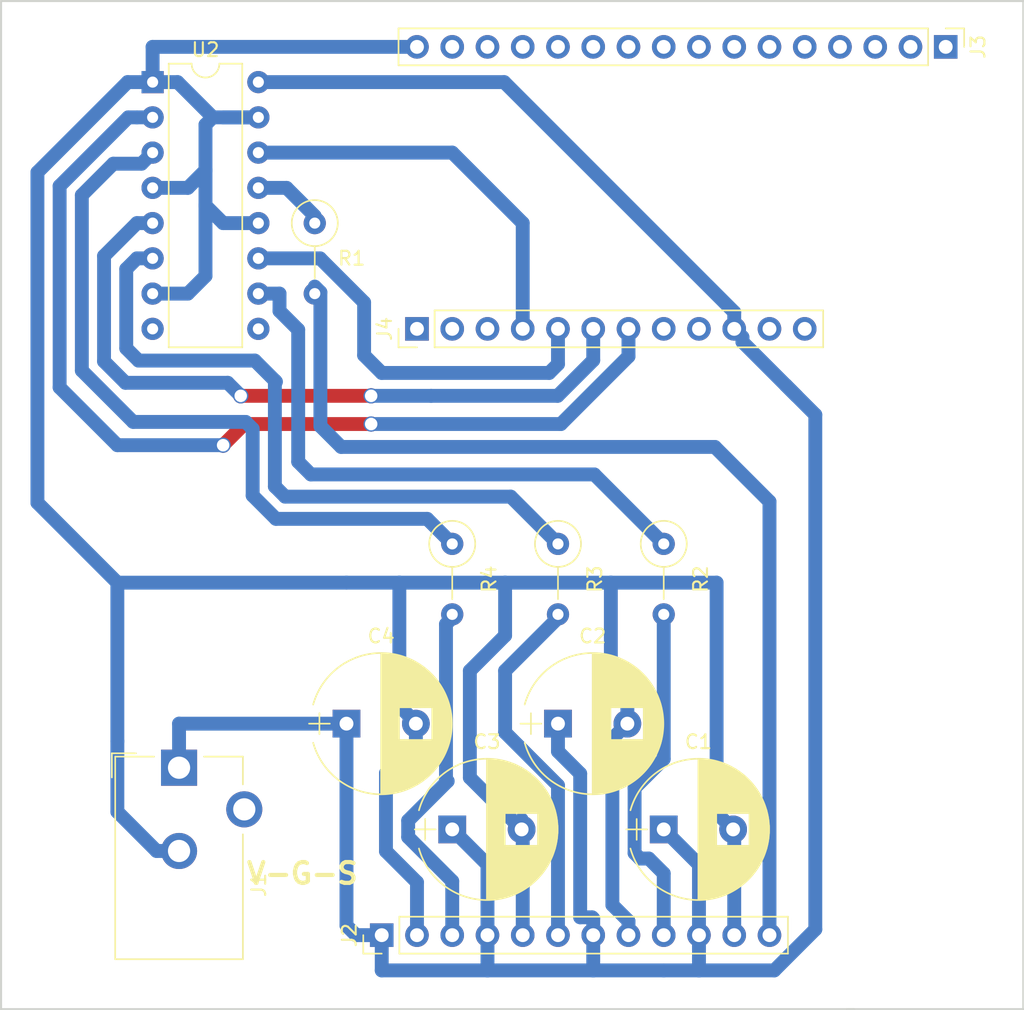
<source format=kicad_pcb>
(kicad_pcb (version 4) (host pcbnew 4.0.7-e2-6376~58~ubuntu16.04.1)

  (general
    (links 36)
    (no_connects 0)
    (area 13.640999 13.386999 87.451001 86.181001)
    (thickness 1.6)
    (drawings 6)
    (tracks 193)
    (zones 0)
    (modules 13)
    (nets 15)
  )

  (page A4)
  (layers
    (0 F.Cu signal)
    (31 B.Cu signal)
    (32 B.Adhes user)
    (33 F.Adhes user)
    (34 B.Paste user)
    (35 F.Paste user)
    (36 B.SilkS user)
    (37 F.SilkS user)
    (38 B.Mask user)
    (39 F.Mask user)
    (40 Dwgs.User user)
    (41 Cmts.User user)
    (42 Eco1.User user)
    (43 Eco2.User user)
    (44 Edge.Cuts user)
    (45 Margin user)
    (46 B.CrtYd user)
    (47 F.CrtYd user)
    (48 B.Fab user)
    (49 F.Fab user)
  )

  (setup
    (last_trace_width 1)
    (trace_clearance 0.6)
    (zone_clearance 0.508)
    (zone_45_only yes)
    (trace_min 0.2)
    (segment_width 0.2)
    (edge_width 0.15)
    (via_size 1.1)
    (via_drill 0.9)
    (via_min_size 0.4)
    (via_min_drill 0.3)
    (uvia_size 0.3)
    (uvia_drill 0.1)
    (uvias_allowed no)
    (uvia_min_size 0.2)
    (uvia_min_drill 0.1)
    (pcb_text_width 0.3)
    (pcb_text_size 1.5 1.5)
    (mod_edge_width 0.15)
    (mod_text_size 1 1)
    (mod_text_width 0.15)
    (pad_size 1.524 1.524)
    (pad_drill 0.762)
    (pad_to_mask_clearance 0.2)
    (aux_axis_origin 0 0)
    (visible_elements FFFFEF7F)
    (pcbplotparams
      (layerselection 0x01000_80000001)
      (usegerberextensions false)
      (excludeedgelayer true)
      (linewidth 0.600000)
      (plotframeref false)
      (viasonmask false)
      (mode 1)
      (useauxorigin false)
      (hpglpennumber 1)
      (hpglpenspeed 20)
      (hpglpendiameter 15)
      (hpglpenoverlay 2)
      (psnegative false)
      (psa4output false)
      (plotreference false)
      (plotvalue false)
      (plotinvisibletext false)
      (padsonsilk false)
      (subtractmaskfromsilk true)
      (outputformat 1)
      (mirror false)
      (drillshape 0)
      (scaleselection 1)
      (outputdirectory ../../cam/board/))
  )

  (net 0 "")
  (net 1 VCC)
  (net 2 GND)
  (net 3 SH1)
  (net 4 SH2)
  (net 5 SH3)
  (net 6 SH4)
  (net 7 SL4)
  (net 8 SL3)
  (net 9 SL2)
  (net 10 SL1)
  (net 11 "Net-(J2-Pad3)")
  (net 12 "Net-(J2-Pad6)")
  (net 13 "Net-(J2-Pad9)")
  (net 14 "Net-(J2-Pad12)")

  (net_class Default "This is the default net class."
    (clearance 0.6)
    (trace_width 1)
    (via_dia 1.1)
    (via_drill 0.9)
    (uvia_dia 0.3)
    (uvia_drill 0.1)
    (add_net "Net-(J2-Pad12)")
    (add_net "Net-(J2-Pad3)")
    (add_net "Net-(J2-Pad6)")
    (add_net "Net-(J2-Pad9)")
    (add_net SH1)
    (add_net SH2)
    (add_net SH3)
    (add_net SH4)
    (add_net SL1)
    (add_net SL2)
    (add_net SL3)
    (add_net SL4)
  )

  (net_class Power ""
    (clearance 0.6)
    (trace_width 1)
    (via_dia 1.1)
    (via_drill 0.9)
    (uvia_dia 0.3)
    (uvia_drill 0.1)
    (add_net GND)
    (add_net VCC)
  )

  (module Capacitors_ThroughHole:CP_Radial_D10.0mm_P5.00mm (layer F.Cu) (tedit 597BC7C2) (tstamp 5A16F8D9)
    (at 38.608 65.532)
    (descr "CP, Radial series, Radial, pin pitch=5.00mm, , diameter=10mm, Electrolytic Capacitor")
    (tags "CP Radial series Radial pin pitch 5.00mm  diameter 10mm Electrolytic Capacitor")
    (path /5A16E26A)
    (fp_text reference C4 (at 2.5 -6.31) (layer F.SilkS)
      (effects (font (size 1 1) (thickness 0.15)))
    )
    (fp_text value CP (at 2.5 6.31) (layer F.Fab)
      (effects (font (size 1 1) (thickness 0.15)))
    )
    (fp_arc (start 2.5 0) (end -2.399357 -1.38) (angle 148.5) (layer F.SilkS) (width 0.12))
    (fp_arc (start 2.5 0) (end -2.399357 1.38) (angle -148.5) (layer F.SilkS) (width 0.12))
    (fp_arc (start 2.5 0) (end 7.399357 -1.38) (angle 31.5) (layer F.SilkS) (width 0.12))
    (fp_circle (center 2.5 0) (end 7.5 0) (layer F.Fab) (width 0.1))
    (fp_line (start -2.7 0) (end -1.2 0) (layer F.Fab) (width 0.1))
    (fp_line (start -1.95 -0.75) (end -1.95 0.75) (layer F.Fab) (width 0.1))
    (fp_line (start 2.5 -5.05) (end 2.5 5.05) (layer F.SilkS) (width 0.12))
    (fp_line (start 2.54 -5.05) (end 2.54 5.05) (layer F.SilkS) (width 0.12))
    (fp_line (start 2.58 -5.05) (end 2.58 5.05) (layer F.SilkS) (width 0.12))
    (fp_line (start 2.62 -5.049) (end 2.62 5.049) (layer F.SilkS) (width 0.12))
    (fp_line (start 2.66 -5.048) (end 2.66 5.048) (layer F.SilkS) (width 0.12))
    (fp_line (start 2.7 -5.047) (end 2.7 5.047) (layer F.SilkS) (width 0.12))
    (fp_line (start 2.74 -5.045) (end 2.74 5.045) (layer F.SilkS) (width 0.12))
    (fp_line (start 2.78 -5.043) (end 2.78 5.043) (layer F.SilkS) (width 0.12))
    (fp_line (start 2.82 -5.04) (end 2.82 5.04) (layer F.SilkS) (width 0.12))
    (fp_line (start 2.86 -5.038) (end 2.86 5.038) (layer F.SilkS) (width 0.12))
    (fp_line (start 2.9 -5.035) (end 2.9 5.035) (layer F.SilkS) (width 0.12))
    (fp_line (start 2.94 -5.031) (end 2.94 5.031) (layer F.SilkS) (width 0.12))
    (fp_line (start 2.98 -5.028) (end 2.98 5.028) (layer F.SilkS) (width 0.12))
    (fp_line (start 3.02 -5.024) (end 3.02 5.024) (layer F.SilkS) (width 0.12))
    (fp_line (start 3.06 -5.02) (end 3.06 5.02) (layer F.SilkS) (width 0.12))
    (fp_line (start 3.1 -5.015) (end 3.1 5.015) (layer F.SilkS) (width 0.12))
    (fp_line (start 3.14 -5.01) (end 3.14 5.01) (layer F.SilkS) (width 0.12))
    (fp_line (start 3.18 -5.005) (end 3.18 5.005) (layer F.SilkS) (width 0.12))
    (fp_line (start 3.221 -4.999) (end 3.221 4.999) (layer F.SilkS) (width 0.12))
    (fp_line (start 3.261 -4.993) (end 3.261 4.993) (layer F.SilkS) (width 0.12))
    (fp_line (start 3.301 -4.987) (end 3.301 4.987) (layer F.SilkS) (width 0.12))
    (fp_line (start 3.341 -4.981) (end 3.341 4.981) (layer F.SilkS) (width 0.12))
    (fp_line (start 3.381 -4.974) (end 3.381 4.974) (layer F.SilkS) (width 0.12))
    (fp_line (start 3.421 -4.967) (end 3.421 4.967) (layer F.SilkS) (width 0.12))
    (fp_line (start 3.461 -4.959) (end 3.461 4.959) (layer F.SilkS) (width 0.12))
    (fp_line (start 3.501 -4.951) (end 3.501 4.951) (layer F.SilkS) (width 0.12))
    (fp_line (start 3.541 -4.943) (end 3.541 4.943) (layer F.SilkS) (width 0.12))
    (fp_line (start 3.581 -4.935) (end 3.581 4.935) (layer F.SilkS) (width 0.12))
    (fp_line (start 3.621 -4.926) (end 3.621 4.926) (layer F.SilkS) (width 0.12))
    (fp_line (start 3.661 -4.917) (end 3.661 4.917) (layer F.SilkS) (width 0.12))
    (fp_line (start 3.701 -4.907) (end 3.701 4.907) (layer F.SilkS) (width 0.12))
    (fp_line (start 3.741 -4.897) (end 3.741 4.897) (layer F.SilkS) (width 0.12))
    (fp_line (start 3.781 -4.887) (end 3.781 4.887) (layer F.SilkS) (width 0.12))
    (fp_line (start 3.821 -4.876) (end 3.821 -1.181) (layer F.SilkS) (width 0.12))
    (fp_line (start 3.821 1.181) (end 3.821 4.876) (layer F.SilkS) (width 0.12))
    (fp_line (start 3.861 -4.865) (end 3.861 -1.181) (layer F.SilkS) (width 0.12))
    (fp_line (start 3.861 1.181) (end 3.861 4.865) (layer F.SilkS) (width 0.12))
    (fp_line (start 3.901 -4.854) (end 3.901 -1.181) (layer F.SilkS) (width 0.12))
    (fp_line (start 3.901 1.181) (end 3.901 4.854) (layer F.SilkS) (width 0.12))
    (fp_line (start 3.941 -4.843) (end 3.941 -1.181) (layer F.SilkS) (width 0.12))
    (fp_line (start 3.941 1.181) (end 3.941 4.843) (layer F.SilkS) (width 0.12))
    (fp_line (start 3.981 -4.831) (end 3.981 -1.181) (layer F.SilkS) (width 0.12))
    (fp_line (start 3.981 1.181) (end 3.981 4.831) (layer F.SilkS) (width 0.12))
    (fp_line (start 4.021 -4.818) (end 4.021 -1.181) (layer F.SilkS) (width 0.12))
    (fp_line (start 4.021 1.181) (end 4.021 4.818) (layer F.SilkS) (width 0.12))
    (fp_line (start 4.061 -4.806) (end 4.061 -1.181) (layer F.SilkS) (width 0.12))
    (fp_line (start 4.061 1.181) (end 4.061 4.806) (layer F.SilkS) (width 0.12))
    (fp_line (start 4.101 -4.792) (end 4.101 -1.181) (layer F.SilkS) (width 0.12))
    (fp_line (start 4.101 1.181) (end 4.101 4.792) (layer F.SilkS) (width 0.12))
    (fp_line (start 4.141 -4.779) (end 4.141 -1.181) (layer F.SilkS) (width 0.12))
    (fp_line (start 4.141 1.181) (end 4.141 4.779) (layer F.SilkS) (width 0.12))
    (fp_line (start 4.181 -4.765) (end 4.181 -1.181) (layer F.SilkS) (width 0.12))
    (fp_line (start 4.181 1.181) (end 4.181 4.765) (layer F.SilkS) (width 0.12))
    (fp_line (start 4.221 -4.751) (end 4.221 -1.181) (layer F.SilkS) (width 0.12))
    (fp_line (start 4.221 1.181) (end 4.221 4.751) (layer F.SilkS) (width 0.12))
    (fp_line (start 4.261 -4.737) (end 4.261 -1.181) (layer F.SilkS) (width 0.12))
    (fp_line (start 4.261 1.181) (end 4.261 4.737) (layer F.SilkS) (width 0.12))
    (fp_line (start 4.301 -4.722) (end 4.301 -1.181) (layer F.SilkS) (width 0.12))
    (fp_line (start 4.301 1.181) (end 4.301 4.722) (layer F.SilkS) (width 0.12))
    (fp_line (start 4.341 -4.706) (end 4.341 -1.181) (layer F.SilkS) (width 0.12))
    (fp_line (start 4.341 1.181) (end 4.341 4.706) (layer F.SilkS) (width 0.12))
    (fp_line (start 4.381 -4.691) (end 4.381 -1.181) (layer F.SilkS) (width 0.12))
    (fp_line (start 4.381 1.181) (end 4.381 4.691) (layer F.SilkS) (width 0.12))
    (fp_line (start 4.421 -4.674) (end 4.421 -1.181) (layer F.SilkS) (width 0.12))
    (fp_line (start 4.421 1.181) (end 4.421 4.674) (layer F.SilkS) (width 0.12))
    (fp_line (start 4.461 -4.658) (end 4.461 -1.181) (layer F.SilkS) (width 0.12))
    (fp_line (start 4.461 1.181) (end 4.461 4.658) (layer F.SilkS) (width 0.12))
    (fp_line (start 4.501 -4.641) (end 4.501 -1.181) (layer F.SilkS) (width 0.12))
    (fp_line (start 4.501 1.181) (end 4.501 4.641) (layer F.SilkS) (width 0.12))
    (fp_line (start 4.541 -4.624) (end 4.541 -1.181) (layer F.SilkS) (width 0.12))
    (fp_line (start 4.541 1.181) (end 4.541 4.624) (layer F.SilkS) (width 0.12))
    (fp_line (start 4.581 -4.606) (end 4.581 -1.181) (layer F.SilkS) (width 0.12))
    (fp_line (start 4.581 1.181) (end 4.581 4.606) (layer F.SilkS) (width 0.12))
    (fp_line (start 4.621 -4.588) (end 4.621 -1.181) (layer F.SilkS) (width 0.12))
    (fp_line (start 4.621 1.181) (end 4.621 4.588) (layer F.SilkS) (width 0.12))
    (fp_line (start 4.661 -4.569) (end 4.661 -1.181) (layer F.SilkS) (width 0.12))
    (fp_line (start 4.661 1.181) (end 4.661 4.569) (layer F.SilkS) (width 0.12))
    (fp_line (start 4.701 -4.55) (end 4.701 -1.181) (layer F.SilkS) (width 0.12))
    (fp_line (start 4.701 1.181) (end 4.701 4.55) (layer F.SilkS) (width 0.12))
    (fp_line (start 4.741 -4.531) (end 4.741 -1.181) (layer F.SilkS) (width 0.12))
    (fp_line (start 4.741 1.181) (end 4.741 4.531) (layer F.SilkS) (width 0.12))
    (fp_line (start 4.781 -4.511) (end 4.781 -1.181) (layer F.SilkS) (width 0.12))
    (fp_line (start 4.781 1.181) (end 4.781 4.511) (layer F.SilkS) (width 0.12))
    (fp_line (start 4.821 -4.491) (end 4.821 -1.181) (layer F.SilkS) (width 0.12))
    (fp_line (start 4.821 1.181) (end 4.821 4.491) (layer F.SilkS) (width 0.12))
    (fp_line (start 4.861 -4.47) (end 4.861 -1.181) (layer F.SilkS) (width 0.12))
    (fp_line (start 4.861 1.181) (end 4.861 4.47) (layer F.SilkS) (width 0.12))
    (fp_line (start 4.901 -4.449) (end 4.901 -1.181) (layer F.SilkS) (width 0.12))
    (fp_line (start 4.901 1.181) (end 4.901 4.449) (layer F.SilkS) (width 0.12))
    (fp_line (start 4.941 -4.428) (end 4.941 -1.181) (layer F.SilkS) (width 0.12))
    (fp_line (start 4.941 1.181) (end 4.941 4.428) (layer F.SilkS) (width 0.12))
    (fp_line (start 4.981 -4.405) (end 4.981 -1.181) (layer F.SilkS) (width 0.12))
    (fp_line (start 4.981 1.181) (end 4.981 4.405) (layer F.SilkS) (width 0.12))
    (fp_line (start 5.021 -4.383) (end 5.021 -1.181) (layer F.SilkS) (width 0.12))
    (fp_line (start 5.021 1.181) (end 5.021 4.383) (layer F.SilkS) (width 0.12))
    (fp_line (start 5.061 -4.36) (end 5.061 -1.181) (layer F.SilkS) (width 0.12))
    (fp_line (start 5.061 1.181) (end 5.061 4.36) (layer F.SilkS) (width 0.12))
    (fp_line (start 5.101 -4.336) (end 5.101 -1.181) (layer F.SilkS) (width 0.12))
    (fp_line (start 5.101 1.181) (end 5.101 4.336) (layer F.SilkS) (width 0.12))
    (fp_line (start 5.141 -4.312) (end 5.141 -1.181) (layer F.SilkS) (width 0.12))
    (fp_line (start 5.141 1.181) (end 5.141 4.312) (layer F.SilkS) (width 0.12))
    (fp_line (start 5.181 -4.288) (end 5.181 -1.181) (layer F.SilkS) (width 0.12))
    (fp_line (start 5.181 1.181) (end 5.181 4.288) (layer F.SilkS) (width 0.12))
    (fp_line (start 5.221 -4.263) (end 5.221 -1.181) (layer F.SilkS) (width 0.12))
    (fp_line (start 5.221 1.181) (end 5.221 4.263) (layer F.SilkS) (width 0.12))
    (fp_line (start 5.261 -4.237) (end 5.261 -1.181) (layer F.SilkS) (width 0.12))
    (fp_line (start 5.261 1.181) (end 5.261 4.237) (layer F.SilkS) (width 0.12))
    (fp_line (start 5.301 -4.211) (end 5.301 -1.181) (layer F.SilkS) (width 0.12))
    (fp_line (start 5.301 1.181) (end 5.301 4.211) (layer F.SilkS) (width 0.12))
    (fp_line (start 5.341 -4.185) (end 5.341 -1.181) (layer F.SilkS) (width 0.12))
    (fp_line (start 5.341 1.181) (end 5.341 4.185) (layer F.SilkS) (width 0.12))
    (fp_line (start 5.381 -4.157) (end 5.381 -1.181) (layer F.SilkS) (width 0.12))
    (fp_line (start 5.381 1.181) (end 5.381 4.157) (layer F.SilkS) (width 0.12))
    (fp_line (start 5.421 -4.13) (end 5.421 -1.181) (layer F.SilkS) (width 0.12))
    (fp_line (start 5.421 1.181) (end 5.421 4.13) (layer F.SilkS) (width 0.12))
    (fp_line (start 5.461 -4.101) (end 5.461 -1.181) (layer F.SilkS) (width 0.12))
    (fp_line (start 5.461 1.181) (end 5.461 4.101) (layer F.SilkS) (width 0.12))
    (fp_line (start 5.501 -4.072) (end 5.501 -1.181) (layer F.SilkS) (width 0.12))
    (fp_line (start 5.501 1.181) (end 5.501 4.072) (layer F.SilkS) (width 0.12))
    (fp_line (start 5.541 -4.043) (end 5.541 -1.181) (layer F.SilkS) (width 0.12))
    (fp_line (start 5.541 1.181) (end 5.541 4.043) (layer F.SilkS) (width 0.12))
    (fp_line (start 5.581 -4.013) (end 5.581 -1.181) (layer F.SilkS) (width 0.12))
    (fp_line (start 5.581 1.181) (end 5.581 4.013) (layer F.SilkS) (width 0.12))
    (fp_line (start 5.621 -3.982) (end 5.621 -1.181) (layer F.SilkS) (width 0.12))
    (fp_line (start 5.621 1.181) (end 5.621 3.982) (layer F.SilkS) (width 0.12))
    (fp_line (start 5.661 -3.951) (end 5.661 -1.181) (layer F.SilkS) (width 0.12))
    (fp_line (start 5.661 1.181) (end 5.661 3.951) (layer F.SilkS) (width 0.12))
    (fp_line (start 5.701 -3.919) (end 5.701 -1.181) (layer F.SilkS) (width 0.12))
    (fp_line (start 5.701 1.181) (end 5.701 3.919) (layer F.SilkS) (width 0.12))
    (fp_line (start 5.741 -3.886) (end 5.741 -1.181) (layer F.SilkS) (width 0.12))
    (fp_line (start 5.741 1.181) (end 5.741 3.886) (layer F.SilkS) (width 0.12))
    (fp_line (start 5.781 -3.853) (end 5.781 -1.181) (layer F.SilkS) (width 0.12))
    (fp_line (start 5.781 1.181) (end 5.781 3.853) (layer F.SilkS) (width 0.12))
    (fp_line (start 5.821 -3.819) (end 5.821 -1.181) (layer F.SilkS) (width 0.12))
    (fp_line (start 5.821 1.181) (end 5.821 3.819) (layer F.SilkS) (width 0.12))
    (fp_line (start 5.861 -3.784) (end 5.861 -1.181) (layer F.SilkS) (width 0.12))
    (fp_line (start 5.861 1.181) (end 5.861 3.784) (layer F.SilkS) (width 0.12))
    (fp_line (start 5.901 -3.748) (end 5.901 -1.181) (layer F.SilkS) (width 0.12))
    (fp_line (start 5.901 1.181) (end 5.901 3.748) (layer F.SilkS) (width 0.12))
    (fp_line (start 5.941 -3.712) (end 5.941 -1.181) (layer F.SilkS) (width 0.12))
    (fp_line (start 5.941 1.181) (end 5.941 3.712) (layer F.SilkS) (width 0.12))
    (fp_line (start 5.981 -3.675) (end 5.981 -1.181) (layer F.SilkS) (width 0.12))
    (fp_line (start 5.981 1.181) (end 5.981 3.675) (layer F.SilkS) (width 0.12))
    (fp_line (start 6.021 -3.637) (end 6.021 -1.181) (layer F.SilkS) (width 0.12))
    (fp_line (start 6.021 1.181) (end 6.021 3.637) (layer F.SilkS) (width 0.12))
    (fp_line (start 6.061 -3.598) (end 6.061 -1.181) (layer F.SilkS) (width 0.12))
    (fp_line (start 6.061 1.181) (end 6.061 3.598) (layer F.SilkS) (width 0.12))
    (fp_line (start 6.101 -3.559) (end 6.101 -1.181) (layer F.SilkS) (width 0.12))
    (fp_line (start 6.101 1.181) (end 6.101 3.559) (layer F.SilkS) (width 0.12))
    (fp_line (start 6.141 -3.518) (end 6.141 -1.181) (layer F.SilkS) (width 0.12))
    (fp_line (start 6.141 1.181) (end 6.141 3.518) (layer F.SilkS) (width 0.12))
    (fp_line (start 6.181 -3.477) (end 6.181 3.477) (layer F.SilkS) (width 0.12))
    (fp_line (start 6.221 -3.435) (end 6.221 3.435) (layer F.SilkS) (width 0.12))
    (fp_line (start 6.261 -3.391) (end 6.261 3.391) (layer F.SilkS) (width 0.12))
    (fp_line (start 6.301 -3.347) (end 6.301 3.347) (layer F.SilkS) (width 0.12))
    (fp_line (start 6.341 -3.302) (end 6.341 3.302) (layer F.SilkS) (width 0.12))
    (fp_line (start 6.381 -3.255) (end 6.381 3.255) (layer F.SilkS) (width 0.12))
    (fp_line (start 6.421 -3.207) (end 6.421 3.207) (layer F.SilkS) (width 0.12))
    (fp_line (start 6.461 -3.158) (end 6.461 3.158) (layer F.SilkS) (width 0.12))
    (fp_line (start 6.501 -3.108) (end 6.501 3.108) (layer F.SilkS) (width 0.12))
    (fp_line (start 6.541 -3.057) (end 6.541 3.057) (layer F.SilkS) (width 0.12))
    (fp_line (start 6.581 -3.004) (end 6.581 3.004) (layer F.SilkS) (width 0.12))
    (fp_line (start 6.621 -2.949) (end 6.621 2.949) (layer F.SilkS) (width 0.12))
    (fp_line (start 6.661 -2.894) (end 6.661 2.894) (layer F.SilkS) (width 0.12))
    (fp_line (start 6.701 -2.836) (end 6.701 2.836) (layer F.SilkS) (width 0.12))
    (fp_line (start 6.741 -2.777) (end 6.741 2.777) (layer F.SilkS) (width 0.12))
    (fp_line (start 6.781 -2.715) (end 6.781 2.715) (layer F.SilkS) (width 0.12))
    (fp_line (start 6.821 -2.652) (end 6.821 2.652) (layer F.SilkS) (width 0.12))
    (fp_line (start 6.861 -2.587) (end 6.861 2.587) (layer F.SilkS) (width 0.12))
    (fp_line (start 6.901 -2.519) (end 6.901 2.519) (layer F.SilkS) (width 0.12))
    (fp_line (start 6.941 -2.449) (end 6.941 2.449) (layer F.SilkS) (width 0.12))
    (fp_line (start 6.981 -2.377) (end 6.981 2.377) (layer F.SilkS) (width 0.12))
    (fp_line (start 7.021 -2.301) (end 7.021 2.301) (layer F.SilkS) (width 0.12))
    (fp_line (start 7.061 -2.222) (end 7.061 2.222) (layer F.SilkS) (width 0.12))
    (fp_line (start 7.101 -2.14) (end 7.101 2.14) (layer F.SilkS) (width 0.12))
    (fp_line (start 7.141 -2.053) (end 7.141 2.053) (layer F.SilkS) (width 0.12))
    (fp_line (start 7.181 -1.962) (end 7.181 1.962) (layer F.SilkS) (width 0.12))
    (fp_line (start 7.221 -1.866) (end 7.221 1.866) (layer F.SilkS) (width 0.12))
    (fp_line (start 7.261 -1.763) (end 7.261 1.763) (layer F.SilkS) (width 0.12))
    (fp_line (start 7.301 -1.654) (end 7.301 1.654) (layer F.SilkS) (width 0.12))
    (fp_line (start 7.341 -1.536) (end 7.341 1.536) (layer F.SilkS) (width 0.12))
    (fp_line (start 7.381 -1.407) (end 7.381 1.407) (layer F.SilkS) (width 0.12))
    (fp_line (start 7.421 -1.265) (end 7.421 1.265) (layer F.SilkS) (width 0.12))
    (fp_line (start 7.461 -1.104) (end 7.461 1.104) (layer F.SilkS) (width 0.12))
    (fp_line (start 7.501 -0.913) (end 7.501 0.913) (layer F.SilkS) (width 0.12))
    (fp_line (start 7.541 -0.672) (end 7.541 0.672) (layer F.SilkS) (width 0.12))
    (fp_line (start 7.581 -0.279) (end 7.581 0.279) (layer F.SilkS) (width 0.12))
    (fp_line (start -2.7 0) (end -1.2 0) (layer F.SilkS) (width 0.12))
    (fp_line (start -1.95 -0.75) (end -1.95 0.75) (layer F.SilkS) (width 0.12))
    (fp_line (start -2.85 -5.35) (end -2.85 5.35) (layer F.CrtYd) (width 0.05))
    (fp_line (start -2.85 5.35) (end 7.85 5.35) (layer F.CrtYd) (width 0.05))
    (fp_line (start 7.85 5.35) (end 7.85 -5.35) (layer F.CrtYd) (width 0.05))
    (fp_line (start 7.85 -5.35) (end -2.85 -5.35) (layer F.CrtYd) (width 0.05))
    (fp_text user %R (at 2.5 0) (layer F.Fab)
      (effects (font (size 1 1) (thickness 0.15)))
    )
    (pad 1 thru_hole rect (at 0 0) (size 2 2) (drill 1) (layers *.Cu *.Mask)
      (net 1 VCC))
    (pad 2 thru_hole circle (at 5 0) (size 2 2) (drill 1) (layers *.Cu *.Mask)
      (net 2 GND))
    (model ${KISYS3DMOD}/Capacitors_THT.3dshapes/CP_Radial_D10.0mm_P5.00mm.wrl
      (at (xyz 0 0 0))
      (scale (xyz 1 1 1))
      (rotate (xyz 0 0 0))
    )
  )

  (module Housings_DIP:DIP-16_W7.62mm (layer F.Cu) (tedit 59C78D6B) (tstamp 5A16BFFC)
    (at 24.638 19.304)
    (descr "16-lead though-hole mounted DIP package, row spacing 7.62 mm (300 mils)")
    (tags "THT DIP DIL PDIP 2.54mm 7.62mm 300mil")
    (path /5A16A334)
    (fp_text reference U2 (at 3.81 -2.33) (layer F.SilkS)
      (effects (font (size 1 1) (thickness 0.15)))
    )
    (fp_text value DIP-16-Socket (at 3.81 20.11) (layer F.Fab)
      (effects (font (size 1 1) (thickness 0.15)))
    )
    (fp_arc (start 3.81 -1.33) (end 2.81 -1.33) (angle -180) (layer F.SilkS) (width 0.12))
    (fp_line (start 1.635 -1.27) (end 6.985 -1.27) (layer F.Fab) (width 0.1))
    (fp_line (start 6.985 -1.27) (end 6.985 19.05) (layer F.Fab) (width 0.1))
    (fp_line (start 6.985 19.05) (end 0.635 19.05) (layer F.Fab) (width 0.1))
    (fp_line (start 0.635 19.05) (end 0.635 -0.27) (layer F.Fab) (width 0.1))
    (fp_line (start 0.635 -0.27) (end 1.635 -1.27) (layer F.Fab) (width 0.1))
    (fp_line (start 2.81 -1.33) (end 1.16 -1.33) (layer F.SilkS) (width 0.12))
    (fp_line (start 1.16 -1.33) (end 1.16 19.11) (layer F.SilkS) (width 0.12))
    (fp_line (start 1.16 19.11) (end 6.46 19.11) (layer F.SilkS) (width 0.12))
    (fp_line (start 6.46 19.11) (end 6.46 -1.33) (layer F.SilkS) (width 0.12))
    (fp_line (start 6.46 -1.33) (end 4.81 -1.33) (layer F.SilkS) (width 0.12))
    (fp_line (start -1.1 -1.55) (end -1.1 19.3) (layer F.CrtYd) (width 0.05))
    (fp_line (start -1.1 19.3) (end 8.7 19.3) (layer F.CrtYd) (width 0.05))
    (fp_line (start 8.7 19.3) (end 8.7 -1.55) (layer F.CrtYd) (width 0.05))
    (fp_line (start 8.7 -1.55) (end -1.1 -1.55) (layer F.CrtYd) (width 0.05))
    (fp_text user %R (at 3.81 8.89) (layer F.Fab)
      (effects (font (size 1 1) (thickness 0.15)))
    )
    (pad 1 thru_hole rect (at 0 0) (size 1.6 1.6) (drill 0.8) (layers *.Cu *.Mask)
      (net 2 GND))
    (pad 9 thru_hole oval (at 7.62 17.78) (size 1.6 1.6) (drill 0.8) (layers *.Cu *.Mask))
    (pad 2 thru_hole oval (at 0 2.54) (size 1.6 1.6) (drill 0.8) (layers *.Cu *.Mask)
      (net 10 SL1))
    (pad 10 thru_hole oval (at 7.62 15.24) (size 1.6 1.6) (drill 0.8) (layers *.Cu *.Mask)
      (net 5 SH3))
    (pad 3 thru_hole oval (at 0 5.08) (size 1.6 1.6) (drill 0.8) (layers *.Cu *.Mask)
      (net 3 SH1))
    (pad 11 thru_hole oval (at 7.62 12.7) (size 1.6 1.6) (drill 0.8) (layers *.Cu *.Mask)
      (net 8 SL3))
    (pad 4 thru_hole oval (at 0 7.62) (size 1.6 1.6) (drill 0.8) (layers *.Cu *.Mask)
      (net 2 GND))
    (pad 12 thru_hole oval (at 7.62 10.16) (size 1.6 1.6) (drill 0.8) (layers *.Cu *.Mask)
      (net 2 GND))
    (pad 5 thru_hole oval (at 0 10.16) (size 1.6 1.6) (drill 0.8) (layers *.Cu *.Mask)
      (net 9 SL2))
    (pad 13 thru_hole oval (at 7.62 7.62) (size 1.6 1.6) (drill 0.8) (layers *.Cu *.Mask)
      (net 6 SH4))
    (pad 6 thru_hole oval (at 0 12.7) (size 1.6 1.6) (drill 0.8) (layers *.Cu *.Mask)
      (net 4 SH2))
    (pad 14 thru_hole oval (at 7.62 5.08) (size 1.6 1.6) (drill 0.8) (layers *.Cu *.Mask)
      (net 7 SL4))
    (pad 7 thru_hole oval (at 0 15.24) (size 1.6 1.6) (drill 0.8) (layers *.Cu *.Mask)
      (net 2 GND))
    (pad 15 thru_hole oval (at 7.62 2.54) (size 1.6 1.6) (drill 0.8) (layers *.Cu *.Mask)
      (net 2 GND))
    (pad 8 thru_hole oval (at 0 17.78) (size 1.6 1.6) (drill 0.8) (layers *.Cu *.Mask))
    (pad 16 thru_hole oval (at 7.62 0) (size 1.6 1.6) (drill 0.8) (layers *.Cu *.Mask)
      (net 1 VCC))
    (model ${KISYS3DMOD}/Housings_DIP.3dshapes/DIP-16_W7.62mm.wrl
      (at (xyz 0 0 0))
      (scale (xyz 1 1 1))
      (rotate (xyz 0 0 0))
    )
  )

  (module Capacitors_ThroughHole:CP_Radial_D10.0mm_P5.00mm (layer F.Cu) (tedit 597BC7C2) (tstamp 5A16F8C7)
    (at 61.468 73.152)
    (descr "CP, Radial series, Radial, pin pitch=5.00mm, , diameter=10mm, Electrolytic Capacitor")
    (tags "CP Radial series Radial pin pitch 5.00mm  diameter 10mm Electrolytic Capacitor")
    (path /5A16E0AA)
    (fp_text reference C1 (at 2.5 -6.31) (layer F.SilkS)
      (effects (font (size 1 1) (thickness 0.15)))
    )
    (fp_text value CP (at 2.5 6.31) (layer F.Fab)
      (effects (font (size 1 1) (thickness 0.15)))
    )
    (fp_arc (start 2.5 0) (end -2.399357 -1.38) (angle 148.5) (layer F.SilkS) (width 0.12))
    (fp_arc (start 2.5 0) (end -2.399357 1.38) (angle -148.5) (layer F.SilkS) (width 0.12))
    (fp_arc (start 2.5 0) (end 7.399357 -1.38) (angle 31.5) (layer F.SilkS) (width 0.12))
    (fp_circle (center 2.5 0) (end 7.5 0) (layer F.Fab) (width 0.1))
    (fp_line (start -2.7 0) (end -1.2 0) (layer F.Fab) (width 0.1))
    (fp_line (start -1.95 -0.75) (end -1.95 0.75) (layer F.Fab) (width 0.1))
    (fp_line (start 2.5 -5.05) (end 2.5 5.05) (layer F.SilkS) (width 0.12))
    (fp_line (start 2.54 -5.05) (end 2.54 5.05) (layer F.SilkS) (width 0.12))
    (fp_line (start 2.58 -5.05) (end 2.58 5.05) (layer F.SilkS) (width 0.12))
    (fp_line (start 2.62 -5.049) (end 2.62 5.049) (layer F.SilkS) (width 0.12))
    (fp_line (start 2.66 -5.048) (end 2.66 5.048) (layer F.SilkS) (width 0.12))
    (fp_line (start 2.7 -5.047) (end 2.7 5.047) (layer F.SilkS) (width 0.12))
    (fp_line (start 2.74 -5.045) (end 2.74 5.045) (layer F.SilkS) (width 0.12))
    (fp_line (start 2.78 -5.043) (end 2.78 5.043) (layer F.SilkS) (width 0.12))
    (fp_line (start 2.82 -5.04) (end 2.82 5.04) (layer F.SilkS) (width 0.12))
    (fp_line (start 2.86 -5.038) (end 2.86 5.038) (layer F.SilkS) (width 0.12))
    (fp_line (start 2.9 -5.035) (end 2.9 5.035) (layer F.SilkS) (width 0.12))
    (fp_line (start 2.94 -5.031) (end 2.94 5.031) (layer F.SilkS) (width 0.12))
    (fp_line (start 2.98 -5.028) (end 2.98 5.028) (layer F.SilkS) (width 0.12))
    (fp_line (start 3.02 -5.024) (end 3.02 5.024) (layer F.SilkS) (width 0.12))
    (fp_line (start 3.06 -5.02) (end 3.06 5.02) (layer F.SilkS) (width 0.12))
    (fp_line (start 3.1 -5.015) (end 3.1 5.015) (layer F.SilkS) (width 0.12))
    (fp_line (start 3.14 -5.01) (end 3.14 5.01) (layer F.SilkS) (width 0.12))
    (fp_line (start 3.18 -5.005) (end 3.18 5.005) (layer F.SilkS) (width 0.12))
    (fp_line (start 3.221 -4.999) (end 3.221 4.999) (layer F.SilkS) (width 0.12))
    (fp_line (start 3.261 -4.993) (end 3.261 4.993) (layer F.SilkS) (width 0.12))
    (fp_line (start 3.301 -4.987) (end 3.301 4.987) (layer F.SilkS) (width 0.12))
    (fp_line (start 3.341 -4.981) (end 3.341 4.981) (layer F.SilkS) (width 0.12))
    (fp_line (start 3.381 -4.974) (end 3.381 4.974) (layer F.SilkS) (width 0.12))
    (fp_line (start 3.421 -4.967) (end 3.421 4.967) (layer F.SilkS) (width 0.12))
    (fp_line (start 3.461 -4.959) (end 3.461 4.959) (layer F.SilkS) (width 0.12))
    (fp_line (start 3.501 -4.951) (end 3.501 4.951) (layer F.SilkS) (width 0.12))
    (fp_line (start 3.541 -4.943) (end 3.541 4.943) (layer F.SilkS) (width 0.12))
    (fp_line (start 3.581 -4.935) (end 3.581 4.935) (layer F.SilkS) (width 0.12))
    (fp_line (start 3.621 -4.926) (end 3.621 4.926) (layer F.SilkS) (width 0.12))
    (fp_line (start 3.661 -4.917) (end 3.661 4.917) (layer F.SilkS) (width 0.12))
    (fp_line (start 3.701 -4.907) (end 3.701 4.907) (layer F.SilkS) (width 0.12))
    (fp_line (start 3.741 -4.897) (end 3.741 4.897) (layer F.SilkS) (width 0.12))
    (fp_line (start 3.781 -4.887) (end 3.781 4.887) (layer F.SilkS) (width 0.12))
    (fp_line (start 3.821 -4.876) (end 3.821 -1.181) (layer F.SilkS) (width 0.12))
    (fp_line (start 3.821 1.181) (end 3.821 4.876) (layer F.SilkS) (width 0.12))
    (fp_line (start 3.861 -4.865) (end 3.861 -1.181) (layer F.SilkS) (width 0.12))
    (fp_line (start 3.861 1.181) (end 3.861 4.865) (layer F.SilkS) (width 0.12))
    (fp_line (start 3.901 -4.854) (end 3.901 -1.181) (layer F.SilkS) (width 0.12))
    (fp_line (start 3.901 1.181) (end 3.901 4.854) (layer F.SilkS) (width 0.12))
    (fp_line (start 3.941 -4.843) (end 3.941 -1.181) (layer F.SilkS) (width 0.12))
    (fp_line (start 3.941 1.181) (end 3.941 4.843) (layer F.SilkS) (width 0.12))
    (fp_line (start 3.981 -4.831) (end 3.981 -1.181) (layer F.SilkS) (width 0.12))
    (fp_line (start 3.981 1.181) (end 3.981 4.831) (layer F.SilkS) (width 0.12))
    (fp_line (start 4.021 -4.818) (end 4.021 -1.181) (layer F.SilkS) (width 0.12))
    (fp_line (start 4.021 1.181) (end 4.021 4.818) (layer F.SilkS) (width 0.12))
    (fp_line (start 4.061 -4.806) (end 4.061 -1.181) (layer F.SilkS) (width 0.12))
    (fp_line (start 4.061 1.181) (end 4.061 4.806) (layer F.SilkS) (width 0.12))
    (fp_line (start 4.101 -4.792) (end 4.101 -1.181) (layer F.SilkS) (width 0.12))
    (fp_line (start 4.101 1.181) (end 4.101 4.792) (layer F.SilkS) (width 0.12))
    (fp_line (start 4.141 -4.779) (end 4.141 -1.181) (layer F.SilkS) (width 0.12))
    (fp_line (start 4.141 1.181) (end 4.141 4.779) (layer F.SilkS) (width 0.12))
    (fp_line (start 4.181 -4.765) (end 4.181 -1.181) (layer F.SilkS) (width 0.12))
    (fp_line (start 4.181 1.181) (end 4.181 4.765) (layer F.SilkS) (width 0.12))
    (fp_line (start 4.221 -4.751) (end 4.221 -1.181) (layer F.SilkS) (width 0.12))
    (fp_line (start 4.221 1.181) (end 4.221 4.751) (layer F.SilkS) (width 0.12))
    (fp_line (start 4.261 -4.737) (end 4.261 -1.181) (layer F.SilkS) (width 0.12))
    (fp_line (start 4.261 1.181) (end 4.261 4.737) (layer F.SilkS) (width 0.12))
    (fp_line (start 4.301 -4.722) (end 4.301 -1.181) (layer F.SilkS) (width 0.12))
    (fp_line (start 4.301 1.181) (end 4.301 4.722) (layer F.SilkS) (width 0.12))
    (fp_line (start 4.341 -4.706) (end 4.341 -1.181) (layer F.SilkS) (width 0.12))
    (fp_line (start 4.341 1.181) (end 4.341 4.706) (layer F.SilkS) (width 0.12))
    (fp_line (start 4.381 -4.691) (end 4.381 -1.181) (layer F.SilkS) (width 0.12))
    (fp_line (start 4.381 1.181) (end 4.381 4.691) (layer F.SilkS) (width 0.12))
    (fp_line (start 4.421 -4.674) (end 4.421 -1.181) (layer F.SilkS) (width 0.12))
    (fp_line (start 4.421 1.181) (end 4.421 4.674) (layer F.SilkS) (width 0.12))
    (fp_line (start 4.461 -4.658) (end 4.461 -1.181) (layer F.SilkS) (width 0.12))
    (fp_line (start 4.461 1.181) (end 4.461 4.658) (layer F.SilkS) (width 0.12))
    (fp_line (start 4.501 -4.641) (end 4.501 -1.181) (layer F.SilkS) (width 0.12))
    (fp_line (start 4.501 1.181) (end 4.501 4.641) (layer F.SilkS) (width 0.12))
    (fp_line (start 4.541 -4.624) (end 4.541 -1.181) (layer F.SilkS) (width 0.12))
    (fp_line (start 4.541 1.181) (end 4.541 4.624) (layer F.SilkS) (width 0.12))
    (fp_line (start 4.581 -4.606) (end 4.581 -1.181) (layer F.SilkS) (width 0.12))
    (fp_line (start 4.581 1.181) (end 4.581 4.606) (layer F.SilkS) (width 0.12))
    (fp_line (start 4.621 -4.588) (end 4.621 -1.181) (layer F.SilkS) (width 0.12))
    (fp_line (start 4.621 1.181) (end 4.621 4.588) (layer F.SilkS) (width 0.12))
    (fp_line (start 4.661 -4.569) (end 4.661 -1.181) (layer F.SilkS) (width 0.12))
    (fp_line (start 4.661 1.181) (end 4.661 4.569) (layer F.SilkS) (width 0.12))
    (fp_line (start 4.701 -4.55) (end 4.701 -1.181) (layer F.SilkS) (width 0.12))
    (fp_line (start 4.701 1.181) (end 4.701 4.55) (layer F.SilkS) (width 0.12))
    (fp_line (start 4.741 -4.531) (end 4.741 -1.181) (layer F.SilkS) (width 0.12))
    (fp_line (start 4.741 1.181) (end 4.741 4.531) (layer F.SilkS) (width 0.12))
    (fp_line (start 4.781 -4.511) (end 4.781 -1.181) (layer F.SilkS) (width 0.12))
    (fp_line (start 4.781 1.181) (end 4.781 4.511) (layer F.SilkS) (width 0.12))
    (fp_line (start 4.821 -4.491) (end 4.821 -1.181) (layer F.SilkS) (width 0.12))
    (fp_line (start 4.821 1.181) (end 4.821 4.491) (layer F.SilkS) (width 0.12))
    (fp_line (start 4.861 -4.47) (end 4.861 -1.181) (layer F.SilkS) (width 0.12))
    (fp_line (start 4.861 1.181) (end 4.861 4.47) (layer F.SilkS) (width 0.12))
    (fp_line (start 4.901 -4.449) (end 4.901 -1.181) (layer F.SilkS) (width 0.12))
    (fp_line (start 4.901 1.181) (end 4.901 4.449) (layer F.SilkS) (width 0.12))
    (fp_line (start 4.941 -4.428) (end 4.941 -1.181) (layer F.SilkS) (width 0.12))
    (fp_line (start 4.941 1.181) (end 4.941 4.428) (layer F.SilkS) (width 0.12))
    (fp_line (start 4.981 -4.405) (end 4.981 -1.181) (layer F.SilkS) (width 0.12))
    (fp_line (start 4.981 1.181) (end 4.981 4.405) (layer F.SilkS) (width 0.12))
    (fp_line (start 5.021 -4.383) (end 5.021 -1.181) (layer F.SilkS) (width 0.12))
    (fp_line (start 5.021 1.181) (end 5.021 4.383) (layer F.SilkS) (width 0.12))
    (fp_line (start 5.061 -4.36) (end 5.061 -1.181) (layer F.SilkS) (width 0.12))
    (fp_line (start 5.061 1.181) (end 5.061 4.36) (layer F.SilkS) (width 0.12))
    (fp_line (start 5.101 -4.336) (end 5.101 -1.181) (layer F.SilkS) (width 0.12))
    (fp_line (start 5.101 1.181) (end 5.101 4.336) (layer F.SilkS) (width 0.12))
    (fp_line (start 5.141 -4.312) (end 5.141 -1.181) (layer F.SilkS) (width 0.12))
    (fp_line (start 5.141 1.181) (end 5.141 4.312) (layer F.SilkS) (width 0.12))
    (fp_line (start 5.181 -4.288) (end 5.181 -1.181) (layer F.SilkS) (width 0.12))
    (fp_line (start 5.181 1.181) (end 5.181 4.288) (layer F.SilkS) (width 0.12))
    (fp_line (start 5.221 -4.263) (end 5.221 -1.181) (layer F.SilkS) (width 0.12))
    (fp_line (start 5.221 1.181) (end 5.221 4.263) (layer F.SilkS) (width 0.12))
    (fp_line (start 5.261 -4.237) (end 5.261 -1.181) (layer F.SilkS) (width 0.12))
    (fp_line (start 5.261 1.181) (end 5.261 4.237) (layer F.SilkS) (width 0.12))
    (fp_line (start 5.301 -4.211) (end 5.301 -1.181) (layer F.SilkS) (width 0.12))
    (fp_line (start 5.301 1.181) (end 5.301 4.211) (layer F.SilkS) (width 0.12))
    (fp_line (start 5.341 -4.185) (end 5.341 -1.181) (layer F.SilkS) (width 0.12))
    (fp_line (start 5.341 1.181) (end 5.341 4.185) (layer F.SilkS) (width 0.12))
    (fp_line (start 5.381 -4.157) (end 5.381 -1.181) (layer F.SilkS) (width 0.12))
    (fp_line (start 5.381 1.181) (end 5.381 4.157) (layer F.SilkS) (width 0.12))
    (fp_line (start 5.421 -4.13) (end 5.421 -1.181) (layer F.SilkS) (width 0.12))
    (fp_line (start 5.421 1.181) (end 5.421 4.13) (layer F.SilkS) (width 0.12))
    (fp_line (start 5.461 -4.101) (end 5.461 -1.181) (layer F.SilkS) (width 0.12))
    (fp_line (start 5.461 1.181) (end 5.461 4.101) (layer F.SilkS) (width 0.12))
    (fp_line (start 5.501 -4.072) (end 5.501 -1.181) (layer F.SilkS) (width 0.12))
    (fp_line (start 5.501 1.181) (end 5.501 4.072) (layer F.SilkS) (width 0.12))
    (fp_line (start 5.541 -4.043) (end 5.541 -1.181) (layer F.SilkS) (width 0.12))
    (fp_line (start 5.541 1.181) (end 5.541 4.043) (layer F.SilkS) (width 0.12))
    (fp_line (start 5.581 -4.013) (end 5.581 -1.181) (layer F.SilkS) (width 0.12))
    (fp_line (start 5.581 1.181) (end 5.581 4.013) (layer F.SilkS) (width 0.12))
    (fp_line (start 5.621 -3.982) (end 5.621 -1.181) (layer F.SilkS) (width 0.12))
    (fp_line (start 5.621 1.181) (end 5.621 3.982) (layer F.SilkS) (width 0.12))
    (fp_line (start 5.661 -3.951) (end 5.661 -1.181) (layer F.SilkS) (width 0.12))
    (fp_line (start 5.661 1.181) (end 5.661 3.951) (layer F.SilkS) (width 0.12))
    (fp_line (start 5.701 -3.919) (end 5.701 -1.181) (layer F.SilkS) (width 0.12))
    (fp_line (start 5.701 1.181) (end 5.701 3.919) (layer F.SilkS) (width 0.12))
    (fp_line (start 5.741 -3.886) (end 5.741 -1.181) (layer F.SilkS) (width 0.12))
    (fp_line (start 5.741 1.181) (end 5.741 3.886) (layer F.SilkS) (width 0.12))
    (fp_line (start 5.781 -3.853) (end 5.781 -1.181) (layer F.SilkS) (width 0.12))
    (fp_line (start 5.781 1.181) (end 5.781 3.853) (layer F.SilkS) (width 0.12))
    (fp_line (start 5.821 -3.819) (end 5.821 -1.181) (layer F.SilkS) (width 0.12))
    (fp_line (start 5.821 1.181) (end 5.821 3.819) (layer F.SilkS) (width 0.12))
    (fp_line (start 5.861 -3.784) (end 5.861 -1.181) (layer F.SilkS) (width 0.12))
    (fp_line (start 5.861 1.181) (end 5.861 3.784) (layer F.SilkS) (width 0.12))
    (fp_line (start 5.901 -3.748) (end 5.901 -1.181) (layer F.SilkS) (width 0.12))
    (fp_line (start 5.901 1.181) (end 5.901 3.748) (layer F.SilkS) (width 0.12))
    (fp_line (start 5.941 -3.712) (end 5.941 -1.181) (layer F.SilkS) (width 0.12))
    (fp_line (start 5.941 1.181) (end 5.941 3.712) (layer F.SilkS) (width 0.12))
    (fp_line (start 5.981 -3.675) (end 5.981 -1.181) (layer F.SilkS) (width 0.12))
    (fp_line (start 5.981 1.181) (end 5.981 3.675) (layer F.SilkS) (width 0.12))
    (fp_line (start 6.021 -3.637) (end 6.021 -1.181) (layer F.SilkS) (width 0.12))
    (fp_line (start 6.021 1.181) (end 6.021 3.637) (layer F.SilkS) (width 0.12))
    (fp_line (start 6.061 -3.598) (end 6.061 -1.181) (layer F.SilkS) (width 0.12))
    (fp_line (start 6.061 1.181) (end 6.061 3.598) (layer F.SilkS) (width 0.12))
    (fp_line (start 6.101 -3.559) (end 6.101 -1.181) (layer F.SilkS) (width 0.12))
    (fp_line (start 6.101 1.181) (end 6.101 3.559) (layer F.SilkS) (width 0.12))
    (fp_line (start 6.141 -3.518) (end 6.141 -1.181) (layer F.SilkS) (width 0.12))
    (fp_line (start 6.141 1.181) (end 6.141 3.518) (layer F.SilkS) (width 0.12))
    (fp_line (start 6.181 -3.477) (end 6.181 3.477) (layer F.SilkS) (width 0.12))
    (fp_line (start 6.221 -3.435) (end 6.221 3.435) (layer F.SilkS) (width 0.12))
    (fp_line (start 6.261 -3.391) (end 6.261 3.391) (layer F.SilkS) (width 0.12))
    (fp_line (start 6.301 -3.347) (end 6.301 3.347) (layer F.SilkS) (width 0.12))
    (fp_line (start 6.341 -3.302) (end 6.341 3.302) (layer F.SilkS) (width 0.12))
    (fp_line (start 6.381 -3.255) (end 6.381 3.255) (layer F.SilkS) (width 0.12))
    (fp_line (start 6.421 -3.207) (end 6.421 3.207) (layer F.SilkS) (width 0.12))
    (fp_line (start 6.461 -3.158) (end 6.461 3.158) (layer F.SilkS) (width 0.12))
    (fp_line (start 6.501 -3.108) (end 6.501 3.108) (layer F.SilkS) (width 0.12))
    (fp_line (start 6.541 -3.057) (end 6.541 3.057) (layer F.SilkS) (width 0.12))
    (fp_line (start 6.581 -3.004) (end 6.581 3.004) (layer F.SilkS) (width 0.12))
    (fp_line (start 6.621 -2.949) (end 6.621 2.949) (layer F.SilkS) (width 0.12))
    (fp_line (start 6.661 -2.894) (end 6.661 2.894) (layer F.SilkS) (width 0.12))
    (fp_line (start 6.701 -2.836) (end 6.701 2.836) (layer F.SilkS) (width 0.12))
    (fp_line (start 6.741 -2.777) (end 6.741 2.777) (layer F.SilkS) (width 0.12))
    (fp_line (start 6.781 -2.715) (end 6.781 2.715) (layer F.SilkS) (width 0.12))
    (fp_line (start 6.821 -2.652) (end 6.821 2.652) (layer F.SilkS) (width 0.12))
    (fp_line (start 6.861 -2.587) (end 6.861 2.587) (layer F.SilkS) (width 0.12))
    (fp_line (start 6.901 -2.519) (end 6.901 2.519) (layer F.SilkS) (width 0.12))
    (fp_line (start 6.941 -2.449) (end 6.941 2.449) (layer F.SilkS) (width 0.12))
    (fp_line (start 6.981 -2.377) (end 6.981 2.377) (layer F.SilkS) (width 0.12))
    (fp_line (start 7.021 -2.301) (end 7.021 2.301) (layer F.SilkS) (width 0.12))
    (fp_line (start 7.061 -2.222) (end 7.061 2.222) (layer F.SilkS) (width 0.12))
    (fp_line (start 7.101 -2.14) (end 7.101 2.14) (layer F.SilkS) (width 0.12))
    (fp_line (start 7.141 -2.053) (end 7.141 2.053) (layer F.SilkS) (width 0.12))
    (fp_line (start 7.181 -1.962) (end 7.181 1.962) (layer F.SilkS) (width 0.12))
    (fp_line (start 7.221 -1.866) (end 7.221 1.866) (layer F.SilkS) (width 0.12))
    (fp_line (start 7.261 -1.763) (end 7.261 1.763) (layer F.SilkS) (width 0.12))
    (fp_line (start 7.301 -1.654) (end 7.301 1.654) (layer F.SilkS) (width 0.12))
    (fp_line (start 7.341 -1.536) (end 7.341 1.536) (layer F.SilkS) (width 0.12))
    (fp_line (start 7.381 -1.407) (end 7.381 1.407) (layer F.SilkS) (width 0.12))
    (fp_line (start 7.421 -1.265) (end 7.421 1.265) (layer F.SilkS) (width 0.12))
    (fp_line (start 7.461 -1.104) (end 7.461 1.104) (layer F.SilkS) (width 0.12))
    (fp_line (start 7.501 -0.913) (end 7.501 0.913) (layer F.SilkS) (width 0.12))
    (fp_line (start 7.541 -0.672) (end 7.541 0.672) (layer F.SilkS) (width 0.12))
    (fp_line (start 7.581 -0.279) (end 7.581 0.279) (layer F.SilkS) (width 0.12))
    (fp_line (start -2.7 0) (end -1.2 0) (layer F.SilkS) (width 0.12))
    (fp_line (start -1.95 -0.75) (end -1.95 0.75) (layer F.SilkS) (width 0.12))
    (fp_line (start -2.85 -5.35) (end -2.85 5.35) (layer F.CrtYd) (width 0.05))
    (fp_line (start -2.85 5.35) (end 7.85 5.35) (layer F.CrtYd) (width 0.05))
    (fp_line (start 7.85 5.35) (end 7.85 -5.35) (layer F.CrtYd) (width 0.05))
    (fp_line (start 7.85 -5.35) (end -2.85 -5.35) (layer F.CrtYd) (width 0.05))
    (fp_text user %R (at 2.5 0) (layer F.Fab)
      (effects (font (size 1 1) (thickness 0.15)))
    )
    (pad 1 thru_hole rect (at 0 0) (size 2 2) (drill 1) (layers *.Cu *.Mask)
      (net 1 VCC))
    (pad 2 thru_hole circle (at 5 0) (size 2 2) (drill 1) (layers *.Cu *.Mask)
      (net 2 GND))
    (model ${KISYS3DMOD}/Capacitors_THT.3dshapes/CP_Radial_D10.0mm_P5.00mm.wrl
      (at (xyz 0 0 0))
      (scale (xyz 1 1 1))
      (rotate (xyz 0 0 0))
    )
  )

  (module Pin_Headers:Pin_Header_Straight_1x12_Pitch2.54mm (layer F.Cu) (tedit 59650532) (tstamp 5A16BFC4)
    (at 41.148 80.772 90)
    (descr "Through hole straight pin header, 1x12, 2.54mm pitch, single row")
    (tags "Through hole pin header THT 1x12 2.54mm single row")
    (path /5A168D67)
    (fp_text reference J2 (at 0 -2.33 90) (layer F.SilkS)
      (effects (font (size 1 1) (thickness 0.15)))
    )
    (fp_text value Conn_01x12 (at 0 30.27 90) (layer F.Fab)
      (effects (font (size 1 1) (thickness 0.15)))
    )
    (fp_line (start -0.635 -1.27) (end 1.27 -1.27) (layer F.Fab) (width 0.1))
    (fp_line (start 1.27 -1.27) (end 1.27 29.21) (layer F.Fab) (width 0.1))
    (fp_line (start 1.27 29.21) (end -1.27 29.21) (layer F.Fab) (width 0.1))
    (fp_line (start -1.27 29.21) (end -1.27 -0.635) (layer F.Fab) (width 0.1))
    (fp_line (start -1.27 -0.635) (end -0.635 -1.27) (layer F.Fab) (width 0.1))
    (fp_line (start -1.33 29.27) (end 1.33 29.27) (layer F.SilkS) (width 0.12))
    (fp_line (start -1.33 1.27) (end -1.33 29.27) (layer F.SilkS) (width 0.12))
    (fp_line (start 1.33 1.27) (end 1.33 29.27) (layer F.SilkS) (width 0.12))
    (fp_line (start -1.33 1.27) (end 1.33 1.27) (layer F.SilkS) (width 0.12))
    (fp_line (start -1.33 0) (end -1.33 -1.33) (layer F.SilkS) (width 0.12))
    (fp_line (start -1.33 -1.33) (end 0 -1.33) (layer F.SilkS) (width 0.12))
    (fp_line (start -1.8 -1.8) (end -1.8 29.75) (layer F.CrtYd) (width 0.05))
    (fp_line (start -1.8 29.75) (end 1.8 29.75) (layer F.CrtYd) (width 0.05))
    (fp_line (start 1.8 29.75) (end 1.8 -1.8) (layer F.CrtYd) (width 0.05))
    (fp_line (start 1.8 -1.8) (end -1.8 -1.8) (layer F.CrtYd) (width 0.05))
    (fp_text user %R (at 0 13.97 180) (layer F.Fab)
      (effects (font (size 1 1) (thickness 0.15)))
    )
    (pad 1 thru_hole rect (at 0 0 90) (size 1.7 1.7) (drill 1) (layers *.Cu *.Mask)
      (net 1 VCC))
    (pad 2 thru_hole oval (at 0 2.54 90) (size 1.7 1.7) (drill 1) (layers *.Cu *.Mask)
      (net 2 GND))
    (pad 3 thru_hole oval (at 0 5.08 90) (size 1.7 1.7) (drill 1) (layers *.Cu *.Mask)
      (net 11 "Net-(J2-Pad3)"))
    (pad 4 thru_hole oval (at 0 7.62 90) (size 1.7 1.7) (drill 1) (layers *.Cu *.Mask)
      (net 1 VCC))
    (pad 5 thru_hole oval (at 0 10.16 90) (size 1.7 1.7) (drill 1) (layers *.Cu *.Mask)
      (net 2 GND))
    (pad 6 thru_hole oval (at 0 12.7 90) (size 1.7 1.7) (drill 1) (layers *.Cu *.Mask)
      (net 12 "Net-(J2-Pad6)"))
    (pad 7 thru_hole oval (at 0 15.24 90) (size 1.7 1.7) (drill 1) (layers *.Cu *.Mask)
      (net 1 VCC))
    (pad 8 thru_hole oval (at 0 17.78 90) (size 1.7 1.7) (drill 1) (layers *.Cu *.Mask)
      (net 2 GND))
    (pad 9 thru_hole oval (at 0 20.32 90) (size 1.7 1.7) (drill 1) (layers *.Cu *.Mask)
      (net 13 "Net-(J2-Pad9)"))
    (pad 10 thru_hole oval (at 0 22.86 90) (size 1.7 1.7) (drill 1) (layers *.Cu *.Mask)
      (net 1 VCC))
    (pad 11 thru_hole oval (at 0 25.4 90) (size 1.7 1.7) (drill 1) (layers *.Cu *.Mask)
      (net 2 GND))
    (pad 12 thru_hole oval (at 0 27.94 90) (size 1.7 1.7) (drill 1) (layers *.Cu *.Mask)
      (net 14 "Net-(J2-Pad12)"))
    (model ${KISYS3DMOD}/Pin_Headers.3dshapes/Pin_Header_Straight_1x12_Pitch2.54mm.wrl
      (at (xyz 0 0 0))
      (scale (xyz 1 1 1))
      (rotate (xyz 0 0 0))
    )
  )

  (module Pin_Headers:Pin_Header_Straight_1x16_Pitch2.54mm (layer F.Cu) (tedit 59650532) (tstamp 5A16BFD8)
    (at 81.788 16.764 270)
    (descr "Through hole straight pin header, 1x16, 2.54mm pitch, single row")
    (tags "Through hole pin header THT 1x16 2.54mm single row")
    (path /5A16CA93)
    (fp_text reference J3 (at 0 -2.33 270) (layer F.SilkS)
      (effects (font (size 1 1) (thickness 0.15)))
    )
    (fp_text value Conn_01x16 (at 3.048 3.81 360) (layer F.Fab)
      (effects (font (size 1 1) (thickness 0.15)))
    )
    (fp_line (start -0.635 -1.27) (end 1.27 -1.27) (layer F.Fab) (width 0.1))
    (fp_line (start 1.27 -1.27) (end 1.27 39.37) (layer F.Fab) (width 0.1))
    (fp_line (start 1.27 39.37) (end -1.27 39.37) (layer F.Fab) (width 0.1))
    (fp_line (start -1.27 39.37) (end -1.27 -0.635) (layer F.Fab) (width 0.1))
    (fp_line (start -1.27 -0.635) (end -0.635 -1.27) (layer F.Fab) (width 0.1))
    (fp_line (start -1.33 39.43) (end 1.33 39.43) (layer F.SilkS) (width 0.12))
    (fp_line (start -1.33 1.27) (end -1.33 39.43) (layer F.SilkS) (width 0.12))
    (fp_line (start 1.33 1.27) (end 1.33 39.43) (layer F.SilkS) (width 0.12))
    (fp_line (start -1.33 1.27) (end 1.33 1.27) (layer F.SilkS) (width 0.12))
    (fp_line (start -1.33 0) (end -1.33 -1.33) (layer F.SilkS) (width 0.12))
    (fp_line (start -1.33 -1.33) (end 0 -1.33) (layer F.SilkS) (width 0.12))
    (fp_line (start -1.8 -1.8) (end -1.8 39.9) (layer F.CrtYd) (width 0.05))
    (fp_line (start -1.8 39.9) (end 1.8 39.9) (layer F.CrtYd) (width 0.05))
    (fp_line (start 1.8 39.9) (end 1.8 -1.8) (layer F.CrtYd) (width 0.05))
    (fp_line (start 1.8 -1.8) (end -1.8 -1.8) (layer F.CrtYd) (width 0.05))
    (fp_text user %R (at 0 19.05 360) (layer F.Fab)
      (effects (font (size 1 1) (thickness 0.15)))
    )
    (pad 1 thru_hole rect (at 0 0 270) (size 1.7 1.7) (drill 1) (layers *.Cu *.Mask))
    (pad 2 thru_hole oval (at 0 2.54 270) (size 1.7 1.7) (drill 1) (layers *.Cu *.Mask))
    (pad 3 thru_hole oval (at 0 5.08 270) (size 1.7 1.7) (drill 1) (layers *.Cu *.Mask))
    (pad 4 thru_hole oval (at 0 7.62 270) (size 1.7 1.7) (drill 1) (layers *.Cu *.Mask))
    (pad 5 thru_hole oval (at 0 10.16 270) (size 1.7 1.7) (drill 1) (layers *.Cu *.Mask))
    (pad 6 thru_hole oval (at 0 12.7 270) (size 1.7 1.7) (drill 1) (layers *.Cu *.Mask))
    (pad 7 thru_hole oval (at 0 15.24 270) (size 1.7 1.7) (drill 1) (layers *.Cu *.Mask))
    (pad 8 thru_hole oval (at 0 17.78 270) (size 1.7 1.7) (drill 1) (layers *.Cu *.Mask))
    (pad 9 thru_hole oval (at 0 20.32 270) (size 1.7 1.7) (drill 1) (layers *.Cu *.Mask))
    (pad 10 thru_hole oval (at 0 22.86 270) (size 1.7 1.7) (drill 1) (layers *.Cu *.Mask))
    (pad 11 thru_hole oval (at 0 25.4 270) (size 1.7 1.7) (drill 1) (layers *.Cu *.Mask))
    (pad 12 thru_hole oval (at 0 27.94 270) (size 1.7 1.7) (drill 1) (layers *.Cu *.Mask))
    (pad 13 thru_hole oval (at 0 30.48 270) (size 1.7 1.7) (drill 1) (layers *.Cu *.Mask))
    (pad 14 thru_hole oval (at 0 33.02 270) (size 1.7 1.7) (drill 1) (layers *.Cu *.Mask))
    (pad 15 thru_hole oval (at 0 35.56 270) (size 1.7 1.7) (drill 1) (layers *.Cu *.Mask))
    (pad 16 thru_hole oval (at 0 38.1 270) (size 1.7 1.7) (drill 1) (layers *.Cu *.Mask)
      (net 2 GND))
    (model ${KISYS3DMOD}/Pin_Headers.3dshapes/Pin_Header_Straight_1x16_Pitch2.54mm.wrl
      (at (xyz 0 0 0))
      (scale (xyz 1 1 1))
      (rotate (xyz 0 0 0))
    )
  )

  (module Pin_Headers:Pin_Header_Straight_1x12_Pitch2.54mm (layer F.Cu) (tedit 59650532) (tstamp 5A16BFE8)
    (at 43.688 37.084 90)
    (descr "Through hole straight pin header, 1x12, 2.54mm pitch, single row")
    (tags "Through hole pin header THT 1x12 2.54mm single row")
    (path /5A16C22F)
    (fp_text reference J4 (at 0 -2.33 90) (layer F.SilkS)
      (effects (font (size 1 1) (thickness 0.15)))
    )
    (fp_text value Conn_01x12 (at 2.794 15.494 180) (layer F.Fab)
      (effects (font (size 1 1) (thickness 0.15)))
    )
    (fp_line (start -0.635 -1.27) (end 1.27 -1.27) (layer F.Fab) (width 0.1))
    (fp_line (start 1.27 -1.27) (end 1.27 29.21) (layer F.Fab) (width 0.1))
    (fp_line (start 1.27 29.21) (end -1.27 29.21) (layer F.Fab) (width 0.1))
    (fp_line (start -1.27 29.21) (end -1.27 -0.635) (layer F.Fab) (width 0.1))
    (fp_line (start -1.27 -0.635) (end -0.635 -1.27) (layer F.Fab) (width 0.1))
    (fp_line (start -1.33 29.27) (end 1.33 29.27) (layer F.SilkS) (width 0.12))
    (fp_line (start -1.33 1.27) (end -1.33 29.27) (layer F.SilkS) (width 0.12))
    (fp_line (start 1.33 1.27) (end 1.33 29.27) (layer F.SilkS) (width 0.12))
    (fp_line (start -1.33 1.27) (end 1.33 1.27) (layer F.SilkS) (width 0.12))
    (fp_line (start -1.33 0) (end -1.33 -1.33) (layer F.SilkS) (width 0.12))
    (fp_line (start -1.33 -1.33) (end 0 -1.33) (layer F.SilkS) (width 0.12))
    (fp_line (start -1.8 -1.8) (end -1.8 29.75) (layer F.CrtYd) (width 0.05))
    (fp_line (start -1.8 29.75) (end 1.8 29.75) (layer F.CrtYd) (width 0.05))
    (fp_line (start 1.8 29.75) (end 1.8 -1.8) (layer F.CrtYd) (width 0.05))
    (fp_line (start 1.8 -1.8) (end -1.8 -1.8) (layer F.CrtYd) (width 0.05))
    (fp_text user %R (at 0 13.97 180) (layer F.Fab)
      (effects (font (size 1 1) (thickness 0.15)))
    )
    (pad 1 thru_hole rect (at 0 0 90) (size 1.7 1.7) (drill 1) (layers *.Cu *.Mask))
    (pad 2 thru_hole oval (at 0 2.54 90) (size 1.7 1.7) (drill 1) (layers *.Cu *.Mask))
    (pad 3 thru_hole oval (at 0 5.08 90) (size 1.7 1.7) (drill 1) (layers *.Cu *.Mask))
    (pad 4 thru_hole oval (at 0 7.62 90) (size 1.7 1.7) (drill 1) (layers *.Cu *.Mask)
      (net 7 SL4))
    (pad 5 thru_hole oval (at 0 10.16 90) (size 1.7 1.7) (drill 1) (layers *.Cu *.Mask)
      (net 8 SL3))
    (pad 6 thru_hole oval (at 0 12.7 90) (size 1.7 1.7) (drill 1) (layers *.Cu *.Mask)
      (net 9 SL2))
    (pad 7 thru_hole oval (at 0 15.24 90) (size 1.7 1.7) (drill 1) (layers *.Cu *.Mask)
      (net 10 SL1))
    (pad 8 thru_hole oval (at 0 17.78 90) (size 1.7 1.7) (drill 1) (layers *.Cu *.Mask))
    (pad 9 thru_hole oval (at 0 20.32 90) (size 1.7 1.7) (drill 1) (layers *.Cu *.Mask))
    (pad 10 thru_hole oval (at 0 22.86 90) (size 1.7 1.7) (drill 1) (layers *.Cu *.Mask)
      (net 1 VCC))
    (pad 11 thru_hole oval (at 0 25.4 90) (size 1.7 1.7) (drill 1) (layers *.Cu *.Mask))
    (pad 12 thru_hole oval (at 0 27.94 90) (size 1.7 1.7) (drill 1) (layers *.Cu *.Mask))
    (model ${KISYS3DMOD}/Pin_Headers.3dshapes/Pin_Header_Straight_1x12_Pitch2.54mm.wrl
      (at (xyz 0 0 0))
      (scale (xyz 1 1 1))
      (rotate (xyz 0 0 0))
    )
  )

  (module Connect:Barrel_Jack_CUI_PJ-102AH (layer F.Cu) (tedit 59BC552D) (tstamp 5A16F683)
    (at 26.543 68.707)
    (descr "Thin-pin DC Barrel Jack, https://cdn-shop.adafruit.com/datasheets/21mmdcjackDatasheet.pdf")
    (tags "Power Jack")
    (path /5A170B89)
    (fp_text reference J1 (at 5.75 8.45 90) (layer F.SilkS)
      (effects (font (size 1 1) (thickness 0.15)))
    )
    (fp_text value Barrel_Jack (at -5.5 6.2 90) (layer F.Fab)
      (effects (font (size 1 1) (thickness 0.15)))
    )
    (fp_line (start 1.8 -1.8) (end 1.8 -1.2) (layer F.CrtYd) (width 0.05))
    (fp_line (start 1.8 -1.2) (end 5 -1.2) (layer F.CrtYd) (width 0.05))
    (fp_line (start 5 -1.2) (end 5 1.2) (layer F.CrtYd) (width 0.05))
    (fp_line (start 5 1.2) (end 6.5 1.2) (layer F.CrtYd) (width 0.05))
    (fp_line (start 6.5 1.2) (end 6.5 4.8) (layer F.CrtYd) (width 0.05))
    (fp_line (start 6.5 4.8) (end 5 4.8) (layer F.CrtYd) (width 0.05))
    (fp_line (start 5 4.8) (end 5 14.2) (layer F.CrtYd) (width 0.05))
    (fp_line (start 5 14.2) (end -5 14.2) (layer F.CrtYd) (width 0.05))
    (fp_line (start -5 14.2) (end -5 -1.2) (layer F.CrtYd) (width 0.05))
    (fp_line (start -5 -1.2) (end -1.8 -1.2) (layer F.CrtYd) (width 0.05))
    (fp_line (start -1.8 -1.2) (end -1.8 -1.8) (layer F.CrtYd) (width 0.05))
    (fp_line (start -1.8 -1.8) (end 1.8 -1.8) (layer F.CrtYd) (width 0.05))
    (fp_line (start 4.6 4.8) (end 4.6 13.8) (layer F.SilkS) (width 0.12))
    (fp_line (start 4.6 13.8) (end -4.6 13.8) (layer F.SilkS) (width 0.12))
    (fp_line (start -4.6 13.8) (end -4.6 -0.8) (layer F.SilkS) (width 0.12))
    (fp_line (start -4.6 -0.8) (end -1.8 -0.8) (layer F.SilkS) (width 0.12))
    (fp_line (start 1.8 -0.8) (end 4.6 -0.8) (layer F.SilkS) (width 0.12))
    (fp_line (start 4.6 -0.8) (end 4.6 1.2) (layer F.SilkS) (width 0.12))
    (fp_line (start -4.84 0.7) (end -4.84 -1.04) (layer F.SilkS) (width 0.12))
    (fp_line (start -4.84 -1.04) (end -3.1 -1.04) (layer F.SilkS) (width 0.12))
    (fp_line (start 4.5 -0.7) (end 4.5 13.7) (layer F.Fab) (width 0.1))
    (fp_line (start 4.5 13.7) (end -4.5 13.7) (layer F.Fab) (width 0.1))
    (fp_line (start -4.5 13.7) (end -4.5 0.3) (layer F.Fab) (width 0.1))
    (fp_line (start -4.5 0.3) (end -3.5 -0.7) (layer F.Fab) (width 0.1))
    (fp_line (start -3.5 -0.7) (end 4.5 -0.7) (layer F.Fab) (width 0.1))
    (fp_line (start -4.5 10.2) (end 4.5 10.2) (layer F.Fab) (width 0.1))
    (fp_text user %R (at 0 6.5) (layer F.Fab)
      (effects (font (size 1 1) (thickness 0.15)))
    )
    (pad 1 thru_hole rect (at 0 0) (size 2.6 2.6) (drill 1.6) (layers *.Cu *.Mask)
      (net 1 VCC))
    (pad 2 thru_hole circle (at 0 6) (size 2.6 2.6) (drill 1.6) (layers *.Cu *.Mask)
      (net 2 GND))
    (pad 3 thru_hole circle (at 4.7 3) (size 2.6 2.6) (drill 1.6) (layers *.Cu *.Mask))
    (model ${KISYS3DMOD}/Connectors.3dshapes/Barrel_Jack_CUI_PJ-102AH.wrl
      (at (xyz 0 0 0))
      (scale (xyz 1 1 1))
      (rotate (xyz 0 0 0))
    )
  )

  (module Capacitors_ThroughHole:CP_Radial_D10.0mm_P5.00mm (layer F.Cu) (tedit 597BC7C2) (tstamp 5A16F8CD)
    (at 53.848 65.532)
    (descr "CP, Radial series, Radial, pin pitch=5.00mm, , diameter=10mm, Electrolytic Capacitor")
    (tags "CP Radial series Radial pin pitch 5.00mm  diameter 10mm Electrolytic Capacitor")
    (path /5A16D4EE)
    (fp_text reference C2 (at 2.5 -6.31) (layer F.SilkS)
      (effects (font (size 1 1) (thickness 0.15)))
    )
    (fp_text value CP (at 2.5 6.31) (layer F.Fab)
      (effects (font (size 1 1) (thickness 0.15)))
    )
    (fp_arc (start 2.5 0) (end -2.399357 -1.38) (angle 148.5) (layer F.SilkS) (width 0.12))
    (fp_arc (start 2.5 0) (end -2.399357 1.38) (angle -148.5) (layer F.SilkS) (width 0.12))
    (fp_arc (start 2.5 0) (end 7.399357 -1.38) (angle 31.5) (layer F.SilkS) (width 0.12))
    (fp_circle (center 2.5 0) (end 7.5 0) (layer F.Fab) (width 0.1))
    (fp_line (start -2.7 0) (end -1.2 0) (layer F.Fab) (width 0.1))
    (fp_line (start -1.95 -0.75) (end -1.95 0.75) (layer F.Fab) (width 0.1))
    (fp_line (start 2.5 -5.05) (end 2.5 5.05) (layer F.SilkS) (width 0.12))
    (fp_line (start 2.54 -5.05) (end 2.54 5.05) (layer F.SilkS) (width 0.12))
    (fp_line (start 2.58 -5.05) (end 2.58 5.05) (layer F.SilkS) (width 0.12))
    (fp_line (start 2.62 -5.049) (end 2.62 5.049) (layer F.SilkS) (width 0.12))
    (fp_line (start 2.66 -5.048) (end 2.66 5.048) (layer F.SilkS) (width 0.12))
    (fp_line (start 2.7 -5.047) (end 2.7 5.047) (layer F.SilkS) (width 0.12))
    (fp_line (start 2.74 -5.045) (end 2.74 5.045) (layer F.SilkS) (width 0.12))
    (fp_line (start 2.78 -5.043) (end 2.78 5.043) (layer F.SilkS) (width 0.12))
    (fp_line (start 2.82 -5.04) (end 2.82 5.04) (layer F.SilkS) (width 0.12))
    (fp_line (start 2.86 -5.038) (end 2.86 5.038) (layer F.SilkS) (width 0.12))
    (fp_line (start 2.9 -5.035) (end 2.9 5.035) (layer F.SilkS) (width 0.12))
    (fp_line (start 2.94 -5.031) (end 2.94 5.031) (layer F.SilkS) (width 0.12))
    (fp_line (start 2.98 -5.028) (end 2.98 5.028) (layer F.SilkS) (width 0.12))
    (fp_line (start 3.02 -5.024) (end 3.02 5.024) (layer F.SilkS) (width 0.12))
    (fp_line (start 3.06 -5.02) (end 3.06 5.02) (layer F.SilkS) (width 0.12))
    (fp_line (start 3.1 -5.015) (end 3.1 5.015) (layer F.SilkS) (width 0.12))
    (fp_line (start 3.14 -5.01) (end 3.14 5.01) (layer F.SilkS) (width 0.12))
    (fp_line (start 3.18 -5.005) (end 3.18 5.005) (layer F.SilkS) (width 0.12))
    (fp_line (start 3.221 -4.999) (end 3.221 4.999) (layer F.SilkS) (width 0.12))
    (fp_line (start 3.261 -4.993) (end 3.261 4.993) (layer F.SilkS) (width 0.12))
    (fp_line (start 3.301 -4.987) (end 3.301 4.987) (layer F.SilkS) (width 0.12))
    (fp_line (start 3.341 -4.981) (end 3.341 4.981) (layer F.SilkS) (width 0.12))
    (fp_line (start 3.381 -4.974) (end 3.381 4.974) (layer F.SilkS) (width 0.12))
    (fp_line (start 3.421 -4.967) (end 3.421 4.967) (layer F.SilkS) (width 0.12))
    (fp_line (start 3.461 -4.959) (end 3.461 4.959) (layer F.SilkS) (width 0.12))
    (fp_line (start 3.501 -4.951) (end 3.501 4.951) (layer F.SilkS) (width 0.12))
    (fp_line (start 3.541 -4.943) (end 3.541 4.943) (layer F.SilkS) (width 0.12))
    (fp_line (start 3.581 -4.935) (end 3.581 4.935) (layer F.SilkS) (width 0.12))
    (fp_line (start 3.621 -4.926) (end 3.621 4.926) (layer F.SilkS) (width 0.12))
    (fp_line (start 3.661 -4.917) (end 3.661 4.917) (layer F.SilkS) (width 0.12))
    (fp_line (start 3.701 -4.907) (end 3.701 4.907) (layer F.SilkS) (width 0.12))
    (fp_line (start 3.741 -4.897) (end 3.741 4.897) (layer F.SilkS) (width 0.12))
    (fp_line (start 3.781 -4.887) (end 3.781 4.887) (layer F.SilkS) (width 0.12))
    (fp_line (start 3.821 -4.876) (end 3.821 -1.181) (layer F.SilkS) (width 0.12))
    (fp_line (start 3.821 1.181) (end 3.821 4.876) (layer F.SilkS) (width 0.12))
    (fp_line (start 3.861 -4.865) (end 3.861 -1.181) (layer F.SilkS) (width 0.12))
    (fp_line (start 3.861 1.181) (end 3.861 4.865) (layer F.SilkS) (width 0.12))
    (fp_line (start 3.901 -4.854) (end 3.901 -1.181) (layer F.SilkS) (width 0.12))
    (fp_line (start 3.901 1.181) (end 3.901 4.854) (layer F.SilkS) (width 0.12))
    (fp_line (start 3.941 -4.843) (end 3.941 -1.181) (layer F.SilkS) (width 0.12))
    (fp_line (start 3.941 1.181) (end 3.941 4.843) (layer F.SilkS) (width 0.12))
    (fp_line (start 3.981 -4.831) (end 3.981 -1.181) (layer F.SilkS) (width 0.12))
    (fp_line (start 3.981 1.181) (end 3.981 4.831) (layer F.SilkS) (width 0.12))
    (fp_line (start 4.021 -4.818) (end 4.021 -1.181) (layer F.SilkS) (width 0.12))
    (fp_line (start 4.021 1.181) (end 4.021 4.818) (layer F.SilkS) (width 0.12))
    (fp_line (start 4.061 -4.806) (end 4.061 -1.181) (layer F.SilkS) (width 0.12))
    (fp_line (start 4.061 1.181) (end 4.061 4.806) (layer F.SilkS) (width 0.12))
    (fp_line (start 4.101 -4.792) (end 4.101 -1.181) (layer F.SilkS) (width 0.12))
    (fp_line (start 4.101 1.181) (end 4.101 4.792) (layer F.SilkS) (width 0.12))
    (fp_line (start 4.141 -4.779) (end 4.141 -1.181) (layer F.SilkS) (width 0.12))
    (fp_line (start 4.141 1.181) (end 4.141 4.779) (layer F.SilkS) (width 0.12))
    (fp_line (start 4.181 -4.765) (end 4.181 -1.181) (layer F.SilkS) (width 0.12))
    (fp_line (start 4.181 1.181) (end 4.181 4.765) (layer F.SilkS) (width 0.12))
    (fp_line (start 4.221 -4.751) (end 4.221 -1.181) (layer F.SilkS) (width 0.12))
    (fp_line (start 4.221 1.181) (end 4.221 4.751) (layer F.SilkS) (width 0.12))
    (fp_line (start 4.261 -4.737) (end 4.261 -1.181) (layer F.SilkS) (width 0.12))
    (fp_line (start 4.261 1.181) (end 4.261 4.737) (layer F.SilkS) (width 0.12))
    (fp_line (start 4.301 -4.722) (end 4.301 -1.181) (layer F.SilkS) (width 0.12))
    (fp_line (start 4.301 1.181) (end 4.301 4.722) (layer F.SilkS) (width 0.12))
    (fp_line (start 4.341 -4.706) (end 4.341 -1.181) (layer F.SilkS) (width 0.12))
    (fp_line (start 4.341 1.181) (end 4.341 4.706) (layer F.SilkS) (width 0.12))
    (fp_line (start 4.381 -4.691) (end 4.381 -1.181) (layer F.SilkS) (width 0.12))
    (fp_line (start 4.381 1.181) (end 4.381 4.691) (layer F.SilkS) (width 0.12))
    (fp_line (start 4.421 -4.674) (end 4.421 -1.181) (layer F.SilkS) (width 0.12))
    (fp_line (start 4.421 1.181) (end 4.421 4.674) (layer F.SilkS) (width 0.12))
    (fp_line (start 4.461 -4.658) (end 4.461 -1.181) (layer F.SilkS) (width 0.12))
    (fp_line (start 4.461 1.181) (end 4.461 4.658) (layer F.SilkS) (width 0.12))
    (fp_line (start 4.501 -4.641) (end 4.501 -1.181) (layer F.SilkS) (width 0.12))
    (fp_line (start 4.501 1.181) (end 4.501 4.641) (layer F.SilkS) (width 0.12))
    (fp_line (start 4.541 -4.624) (end 4.541 -1.181) (layer F.SilkS) (width 0.12))
    (fp_line (start 4.541 1.181) (end 4.541 4.624) (layer F.SilkS) (width 0.12))
    (fp_line (start 4.581 -4.606) (end 4.581 -1.181) (layer F.SilkS) (width 0.12))
    (fp_line (start 4.581 1.181) (end 4.581 4.606) (layer F.SilkS) (width 0.12))
    (fp_line (start 4.621 -4.588) (end 4.621 -1.181) (layer F.SilkS) (width 0.12))
    (fp_line (start 4.621 1.181) (end 4.621 4.588) (layer F.SilkS) (width 0.12))
    (fp_line (start 4.661 -4.569) (end 4.661 -1.181) (layer F.SilkS) (width 0.12))
    (fp_line (start 4.661 1.181) (end 4.661 4.569) (layer F.SilkS) (width 0.12))
    (fp_line (start 4.701 -4.55) (end 4.701 -1.181) (layer F.SilkS) (width 0.12))
    (fp_line (start 4.701 1.181) (end 4.701 4.55) (layer F.SilkS) (width 0.12))
    (fp_line (start 4.741 -4.531) (end 4.741 -1.181) (layer F.SilkS) (width 0.12))
    (fp_line (start 4.741 1.181) (end 4.741 4.531) (layer F.SilkS) (width 0.12))
    (fp_line (start 4.781 -4.511) (end 4.781 -1.181) (layer F.SilkS) (width 0.12))
    (fp_line (start 4.781 1.181) (end 4.781 4.511) (layer F.SilkS) (width 0.12))
    (fp_line (start 4.821 -4.491) (end 4.821 -1.181) (layer F.SilkS) (width 0.12))
    (fp_line (start 4.821 1.181) (end 4.821 4.491) (layer F.SilkS) (width 0.12))
    (fp_line (start 4.861 -4.47) (end 4.861 -1.181) (layer F.SilkS) (width 0.12))
    (fp_line (start 4.861 1.181) (end 4.861 4.47) (layer F.SilkS) (width 0.12))
    (fp_line (start 4.901 -4.449) (end 4.901 -1.181) (layer F.SilkS) (width 0.12))
    (fp_line (start 4.901 1.181) (end 4.901 4.449) (layer F.SilkS) (width 0.12))
    (fp_line (start 4.941 -4.428) (end 4.941 -1.181) (layer F.SilkS) (width 0.12))
    (fp_line (start 4.941 1.181) (end 4.941 4.428) (layer F.SilkS) (width 0.12))
    (fp_line (start 4.981 -4.405) (end 4.981 -1.181) (layer F.SilkS) (width 0.12))
    (fp_line (start 4.981 1.181) (end 4.981 4.405) (layer F.SilkS) (width 0.12))
    (fp_line (start 5.021 -4.383) (end 5.021 -1.181) (layer F.SilkS) (width 0.12))
    (fp_line (start 5.021 1.181) (end 5.021 4.383) (layer F.SilkS) (width 0.12))
    (fp_line (start 5.061 -4.36) (end 5.061 -1.181) (layer F.SilkS) (width 0.12))
    (fp_line (start 5.061 1.181) (end 5.061 4.36) (layer F.SilkS) (width 0.12))
    (fp_line (start 5.101 -4.336) (end 5.101 -1.181) (layer F.SilkS) (width 0.12))
    (fp_line (start 5.101 1.181) (end 5.101 4.336) (layer F.SilkS) (width 0.12))
    (fp_line (start 5.141 -4.312) (end 5.141 -1.181) (layer F.SilkS) (width 0.12))
    (fp_line (start 5.141 1.181) (end 5.141 4.312) (layer F.SilkS) (width 0.12))
    (fp_line (start 5.181 -4.288) (end 5.181 -1.181) (layer F.SilkS) (width 0.12))
    (fp_line (start 5.181 1.181) (end 5.181 4.288) (layer F.SilkS) (width 0.12))
    (fp_line (start 5.221 -4.263) (end 5.221 -1.181) (layer F.SilkS) (width 0.12))
    (fp_line (start 5.221 1.181) (end 5.221 4.263) (layer F.SilkS) (width 0.12))
    (fp_line (start 5.261 -4.237) (end 5.261 -1.181) (layer F.SilkS) (width 0.12))
    (fp_line (start 5.261 1.181) (end 5.261 4.237) (layer F.SilkS) (width 0.12))
    (fp_line (start 5.301 -4.211) (end 5.301 -1.181) (layer F.SilkS) (width 0.12))
    (fp_line (start 5.301 1.181) (end 5.301 4.211) (layer F.SilkS) (width 0.12))
    (fp_line (start 5.341 -4.185) (end 5.341 -1.181) (layer F.SilkS) (width 0.12))
    (fp_line (start 5.341 1.181) (end 5.341 4.185) (layer F.SilkS) (width 0.12))
    (fp_line (start 5.381 -4.157) (end 5.381 -1.181) (layer F.SilkS) (width 0.12))
    (fp_line (start 5.381 1.181) (end 5.381 4.157) (layer F.SilkS) (width 0.12))
    (fp_line (start 5.421 -4.13) (end 5.421 -1.181) (layer F.SilkS) (width 0.12))
    (fp_line (start 5.421 1.181) (end 5.421 4.13) (layer F.SilkS) (width 0.12))
    (fp_line (start 5.461 -4.101) (end 5.461 -1.181) (layer F.SilkS) (width 0.12))
    (fp_line (start 5.461 1.181) (end 5.461 4.101) (layer F.SilkS) (width 0.12))
    (fp_line (start 5.501 -4.072) (end 5.501 -1.181) (layer F.SilkS) (width 0.12))
    (fp_line (start 5.501 1.181) (end 5.501 4.072) (layer F.SilkS) (width 0.12))
    (fp_line (start 5.541 -4.043) (end 5.541 -1.181) (layer F.SilkS) (width 0.12))
    (fp_line (start 5.541 1.181) (end 5.541 4.043) (layer F.SilkS) (width 0.12))
    (fp_line (start 5.581 -4.013) (end 5.581 -1.181) (layer F.SilkS) (width 0.12))
    (fp_line (start 5.581 1.181) (end 5.581 4.013) (layer F.SilkS) (width 0.12))
    (fp_line (start 5.621 -3.982) (end 5.621 -1.181) (layer F.SilkS) (width 0.12))
    (fp_line (start 5.621 1.181) (end 5.621 3.982) (layer F.SilkS) (width 0.12))
    (fp_line (start 5.661 -3.951) (end 5.661 -1.181) (layer F.SilkS) (width 0.12))
    (fp_line (start 5.661 1.181) (end 5.661 3.951) (layer F.SilkS) (width 0.12))
    (fp_line (start 5.701 -3.919) (end 5.701 -1.181) (layer F.SilkS) (width 0.12))
    (fp_line (start 5.701 1.181) (end 5.701 3.919) (layer F.SilkS) (width 0.12))
    (fp_line (start 5.741 -3.886) (end 5.741 -1.181) (layer F.SilkS) (width 0.12))
    (fp_line (start 5.741 1.181) (end 5.741 3.886) (layer F.SilkS) (width 0.12))
    (fp_line (start 5.781 -3.853) (end 5.781 -1.181) (layer F.SilkS) (width 0.12))
    (fp_line (start 5.781 1.181) (end 5.781 3.853) (layer F.SilkS) (width 0.12))
    (fp_line (start 5.821 -3.819) (end 5.821 -1.181) (layer F.SilkS) (width 0.12))
    (fp_line (start 5.821 1.181) (end 5.821 3.819) (layer F.SilkS) (width 0.12))
    (fp_line (start 5.861 -3.784) (end 5.861 -1.181) (layer F.SilkS) (width 0.12))
    (fp_line (start 5.861 1.181) (end 5.861 3.784) (layer F.SilkS) (width 0.12))
    (fp_line (start 5.901 -3.748) (end 5.901 -1.181) (layer F.SilkS) (width 0.12))
    (fp_line (start 5.901 1.181) (end 5.901 3.748) (layer F.SilkS) (width 0.12))
    (fp_line (start 5.941 -3.712) (end 5.941 -1.181) (layer F.SilkS) (width 0.12))
    (fp_line (start 5.941 1.181) (end 5.941 3.712) (layer F.SilkS) (width 0.12))
    (fp_line (start 5.981 -3.675) (end 5.981 -1.181) (layer F.SilkS) (width 0.12))
    (fp_line (start 5.981 1.181) (end 5.981 3.675) (layer F.SilkS) (width 0.12))
    (fp_line (start 6.021 -3.637) (end 6.021 -1.181) (layer F.SilkS) (width 0.12))
    (fp_line (start 6.021 1.181) (end 6.021 3.637) (layer F.SilkS) (width 0.12))
    (fp_line (start 6.061 -3.598) (end 6.061 -1.181) (layer F.SilkS) (width 0.12))
    (fp_line (start 6.061 1.181) (end 6.061 3.598) (layer F.SilkS) (width 0.12))
    (fp_line (start 6.101 -3.559) (end 6.101 -1.181) (layer F.SilkS) (width 0.12))
    (fp_line (start 6.101 1.181) (end 6.101 3.559) (layer F.SilkS) (width 0.12))
    (fp_line (start 6.141 -3.518) (end 6.141 -1.181) (layer F.SilkS) (width 0.12))
    (fp_line (start 6.141 1.181) (end 6.141 3.518) (layer F.SilkS) (width 0.12))
    (fp_line (start 6.181 -3.477) (end 6.181 3.477) (layer F.SilkS) (width 0.12))
    (fp_line (start 6.221 -3.435) (end 6.221 3.435) (layer F.SilkS) (width 0.12))
    (fp_line (start 6.261 -3.391) (end 6.261 3.391) (layer F.SilkS) (width 0.12))
    (fp_line (start 6.301 -3.347) (end 6.301 3.347) (layer F.SilkS) (width 0.12))
    (fp_line (start 6.341 -3.302) (end 6.341 3.302) (layer F.SilkS) (width 0.12))
    (fp_line (start 6.381 -3.255) (end 6.381 3.255) (layer F.SilkS) (width 0.12))
    (fp_line (start 6.421 -3.207) (end 6.421 3.207) (layer F.SilkS) (width 0.12))
    (fp_line (start 6.461 -3.158) (end 6.461 3.158) (layer F.SilkS) (width 0.12))
    (fp_line (start 6.501 -3.108) (end 6.501 3.108) (layer F.SilkS) (width 0.12))
    (fp_line (start 6.541 -3.057) (end 6.541 3.057) (layer F.SilkS) (width 0.12))
    (fp_line (start 6.581 -3.004) (end 6.581 3.004) (layer F.SilkS) (width 0.12))
    (fp_line (start 6.621 -2.949) (end 6.621 2.949) (layer F.SilkS) (width 0.12))
    (fp_line (start 6.661 -2.894) (end 6.661 2.894) (layer F.SilkS) (width 0.12))
    (fp_line (start 6.701 -2.836) (end 6.701 2.836) (layer F.SilkS) (width 0.12))
    (fp_line (start 6.741 -2.777) (end 6.741 2.777) (layer F.SilkS) (width 0.12))
    (fp_line (start 6.781 -2.715) (end 6.781 2.715) (layer F.SilkS) (width 0.12))
    (fp_line (start 6.821 -2.652) (end 6.821 2.652) (layer F.SilkS) (width 0.12))
    (fp_line (start 6.861 -2.587) (end 6.861 2.587) (layer F.SilkS) (width 0.12))
    (fp_line (start 6.901 -2.519) (end 6.901 2.519) (layer F.SilkS) (width 0.12))
    (fp_line (start 6.941 -2.449) (end 6.941 2.449) (layer F.SilkS) (width 0.12))
    (fp_line (start 6.981 -2.377) (end 6.981 2.377) (layer F.SilkS) (width 0.12))
    (fp_line (start 7.021 -2.301) (end 7.021 2.301) (layer F.SilkS) (width 0.12))
    (fp_line (start 7.061 -2.222) (end 7.061 2.222) (layer F.SilkS) (width 0.12))
    (fp_line (start 7.101 -2.14) (end 7.101 2.14) (layer F.SilkS) (width 0.12))
    (fp_line (start 7.141 -2.053) (end 7.141 2.053) (layer F.SilkS) (width 0.12))
    (fp_line (start 7.181 -1.962) (end 7.181 1.962) (layer F.SilkS) (width 0.12))
    (fp_line (start 7.221 -1.866) (end 7.221 1.866) (layer F.SilkS) (width 0.12))
    (fp_line (start 7.261 -1.763) (end 7.261 1.763) (layer F.SilkS) (width 0.12))
    (fp_line (start 7.301 -1.654) (end 7.301 1.654) (layer F.SilkS) (width 0.12))
    (fp_line (start 7.341 -1.536) (end 7.341 1.536) (layer F.SilkS) (width 0.12))
    (fp_line (start 7.381 -1.407) (end 7.381 1.407) (layer F.SilkS) (width 0.12))
    (fp_line (start 7.421 -1.265) (end 7.421 1.265) (layer F.SilkS) (width 0.12))
    (fp_line (start 7.461 -1.104) (end 7.461 1.104) (layer F.SilkS) (width 0.12))
    (fp_line (start 7.501 -0.913) (end 7.501 0.913) (layer F.SilkS) (width 0.12))
    (fp_line (start 7.541 -0.672) (end 7.541 0.672) (layer F.SilkS) (width 0.12))
    (fp_line (start 7.581 -0.279) (end 7.581 0.279) (layer F.SilkS) (width 0.12))
    (fp_line (start -2.7 0) (end -1.2 0) (layer F.SilkS) (width 0.12))
    (fp_line (start -1.95 -0.75) (end -1.95 0.75) (layer F.SilkS) (width 0.12))
    (fp_line (start -2.85 -5.35) (end -2.85 5.35) (layer F.CrtYd) (width 0.05))
    (fp_line (start -2.85 5.35) (end 7.85 5.35) (layer F.CrtYd) (width 0.05))
    (fp_line (start 7.85 5.35) (end 7.85 -5.35) (layer F.CrtYd) (width 0.05))
    (fp_line (start 7.85 -5.35) (end -2.85 -5.35) (layer F.CrtYd) (width 0.05))
    (fp_text user %R (at 2.5 0) (layer F.Fab)
      (effects (font (size 1 1) (thickness 0.15)))
    )
    (pad 1 thru_hole rect (at 0 0) (size 2 2) (drill 1) (layers *.Cu *.Mask)
      (net 1 VCC))
    (pad 2 thru_hole circle (at 5 0) (size 2 2) (drill 1) (layers *.Cu *.Mask)
      (net 2 GND))
    (model ${KISYS3DMOD}/Capacitors_THT.3dshapes/CP_Radial_D10.0mm_P5.00mm.wrl
      (at (xyz 0 0 0))
      (scale (xyz 1 1 1))
      (rotate (xyz 0 0 0))
    )
  )

  (module Capacitors_ThroughHole:CP_Radial_D10.0mm_P5.00mm (layer F.Cu) (tedit 597BC7C2) (tstamp 5A16F8D3)
    (at 46.228 73.152)
    (descr "CP, Radial series, Radial, pin pitch=5.00mm, , diameter=10mm, Electrolytic Capacitor")
    (tags "CP Radial series Radial pin pitch 5.00mm  diameter 10mm Electrolytic Capacitor")
    (path /5A16E194)
    (fp_text reference C3 (at 2.5 -6.31) (layer F.SilkS)
      (effects (font (size 1 1) (thickness 0.15)))
    )
    (fp_text value CP (at 2.5 6.31) (layer F.Fab)
      (effects (font (size 1 1) (thickness 0.15)))
    )
    (fp_arc (start 2.5 0) (end -2.399357 -1.38) (angle 148.5) (layer F.SilkS) (width 0.12))
    (fp_arc (start 2.5 0) (end -2.399357 1.38) (angle -148.5) (layer F.SilkS) (width 0.12))
    (fp_arc (start 2.5 0) (end 7.399357 -1.38) (angle 31.5) (layer F.SilkS) (width 0.12))
    (fp_circle (center 2.5 0) (end 7.5 0) (layer F.Fab) (width 0.1))
    (fp_line (start -2.7 0) (end -1.2 0) (layer F.Fab) (width 0.1))
    (fp_line (start -1.95 -0.75) (end -1.95 0.75) (layer F.Fab) (width 0.1))
    (fp_line (start 2.5 -5.05) (end 2.5 5.05) (layer F.SilkS) (width 0.12))
    (fp_line (start 2.54 -5.05) (end 2.54 5.05) (layer F.SilkS) (width 0.12))
    (fp_line (start 2.58 -5.05) (end 2.58 5.05) (layer F.SilkS) (width 0.12))
    (fp_line (start 2.62 -5.049) (end 2.62 5.049) (layer F.SilkS) (width 0.12))
    (fp_line (start 2.66 -5.048) (end 2.66 5.048) (layer F.SilkS) (width 0.12))
    (fp_line (start 2.7 -5.047) (end 2.7 5.047) (layer F.SilkS) (width 0.12))
    (fp_line (start 2.74 -5.045) (end 2.74 5.045) (layer F.SilkS) (width 0.12))
    (fp_line (start 2.78 -5.043) (end 2.78 5.043) (layer F.SilkS) (width 0.12))
    (fp_line (start 2.82 -5.04) (end 2.82 5.04) (layer F.SilkS) (width 0.12))
    (fp_line (start 2.86 -5.038) (end 2.86 5.038) (layer F.SilkS) (width 0.12))
    (fp_line (start 2.9 -5.035) (end 2.9 5.035) (layer F.SilkS) (width 0.12))
    (fp_line (start 2.94 -5.031) (end 2.94 5.031) (layer F.SilkS) (width 0.12))
    (fp_line (start 2.98 -5.028) (end 2.98 5.028) (layer F.SilkS) (width 0.12))
    (fp_line (start 3.02 -5.024) (end 3.02 5.024) (layer F.SilkS) (width 0.12))
    (fp_line (start 3.06 -5.02) (end 3.06 5.02) (layer F.SilkS) (width 0.12))
    (fp_line (start 3.1 -5.015) (end 3.1 5.015) (layer F.SilkS) (width 0.12))
    (fp_line (start 3.14 -5.01) (end 3.14 5.01) (layer F.SilkS) (width 0.12))
    (fp_line (start 3.18 -5.005) (end 3.18 5.005) (layer F.SilkS) (width 0.12))
    (fp_line (start 3.221 -4.999) (end 3.221 4.999) (layer F.SilkS) (width 0.12))
    (fp_line (start 3.261 -4.993) (end 3.261 4.993) (layer F.SilkS) (width 0.12))
    (fp_line (start 3.301 -4.987) (end 3.301 4.987) (layer F.SilkS) (width 0.12))
    (fp_line (start 3.341 -4.981) (end 3.341 4.981) (layer F.SilkS) (width 0.12))
    (fp_line (start 3.381 -4.974) (end 3.381 4.974) (layer F.SilkS) (width 0.12))
    (fp_line (start 3.421 -4.967) (end 3.421 4.967) (layer F.SilkS) (width 0.12))
    (fp_line (start 3.461 -4.959) (end 3.461 4.959) (layer F.SilkS) (width 0.12))
    (fp_line (start 3.501 -4.951) (end 3.501 4.951) (layer F.SilkS) (width 0.12))
    (fp_line (start 3.541 -4.943) (end 3.541 4.943) (layer F.SilkS) (width 0.12))
    (fp_line (start 3.581 -4.935) (end 3.581 4.935) (layer F.SilkS) (width 0.12))
    (fp_line (start 3.621 -4.926) (end 3.621 4.926) (layer F.SilkS) (width 0.12))
    (fp_line (start 3.661 -4.917) (end 3.661 4.917) (layer F.SilkS) (width 0.12))
    (fp_line (start 3.701 -4.907) (end 3.701 4.907) (layer F.SilkS) (width 0.12))
    (fp_line (start 3.741 -4.897) (end 3.741 4.897) (layer F.SilkS) (width 0.12))
    (fp_line (start 3.781 -4.887) (end 3.781 4.887) (layer F.SilkS) (width 0.12))
    (fp_line (start 3.821 -4.876) (end 3.821 -1.181) (layer F.SilkS) (width 0.12))
    (fp_line (start 3.821 1.181) (end 3.821 4.876) (layer F.SilkS) (width 0.12))
    (fp_line (start 3.861 -4.865) (end 3.861 -1.181) (layer F.SilkS) (width 0.12))
    (fp_line (start 3.861 1.181) (end 3.861 4.865) (layer F.SilkS) (width 0.12))
    (fp_line (start 3.901 -4.854) (end 3.901 -1.181) (layer F.SilkS) (width 0.12))
    (fp_line (start 3.901 1.181) (end 3.901 4.854) (layer F.SilkS) (width 0.12))
    (fp_line (start 3.941 -4.843) (end 3.941 -1.181) (layer F.SilkS) (width 0.12))
    (fp_line (start 3.941 1.181) (end 3.941 4.843) (layer F.SilkS) (width 0.12))
    (fp_line (start 3.981 -4.831) (end 3.981 -1.181) (layer F.SilkS) (width 0.12))
    (fp_line (start 3.981 1.181) (end 3.981 4.831) (layer F.SilkS) (width 0.12))
    (fp_line (start 4.021 -4.818) (end 4.021 -1.181) (layer F.SilkS) (width 0.12))
    (fp_line (start 4.021 1.181) (end 4.021 4.818) (layer F.SilkS) (width 0.12))
    (fp_line (start 4.061 -4.806) (end 4.061 -1.181) (layer F.SilkS) (width 0.12))
    (fp_line (start 4.061 1.181) (end 4.061 4.806) (layer F.SilkS) (width 0.12))
    (fp_line (start 4.101 -4.792) (end 4.101 -1.181) (layer F.SilkS) (width 0.12))
    (fp_line (start 4.101 1.181) (end 4.101 4.792) (layer F.SilkS) (width 0.12))
    (fp_line (start 4.141 -4.779) (end 4.141 -1.181) (layer F.SilkS) (width 0.12))
    (fp_line (start 4.141 1.181) (end 4.141 4.779) (layer F.SilkS) (width 0.12))
    (fp_line (start 4.181 -4.765) (end 4.181 -1.181) (layer F.SilkS) (width 0.12))
    (fp_line (start 4.181 1.181) (end 4.181 4.765) (layer F.SilkS) (width 0.12))
    (fp_line (start 4.221 -4.751) (end 4.221 -1.181) (layer F.SilkS) (width 0.12))
    (fp_line (start 4.221 1.181) (end 4.221 4.751) (layer F.SilkS) (width 0.12))
    (fp_line (start 4.261 -4.737) (end 4.261 -1.181) (layer F.SilkS) (width 0.12))
    (fp_line (start 4.261 1.181) (end 4.261 4.737) (layer F.SilkS) (width 0.12))
    (fp_line (start 4.301 -4.722) (end 4.301 -1.181) (layer F.SilkS) (width 0.12))
    (fp_line (start 4.301 1.181) (end 4.301 4.722) (layer F.SilkS) (width 0.12))
    (fp_line (start 4.341 -4.706) (end 4.341 -1.181) (layer F.SilkS) (width 0.12))
    (fp_line (start 4.341 1.181) (end 4.341 4.706) (layer F.SilkS) (width 0.12))
    (fp_line (start 4.381 -4.691) (end 4.381 -1.181) (layer F.SilkS) (width 0.12))
    (fp_line (start 4.381 1.181) (end 4.381 4.691) (layer F.SilkS) (width 0.12))
    (fp_line (start 4.421 -4.674) (end 4.421 -1.181) (layer F.SilkS) (width 0.12))
    (fp_line (start 4.421 1.181) (end 4.421 4.674) (layer F.SilkS) (width 0.12))
    (fp_line (start 4.461 -4.658) (end 4.461 -1.181) (layer F.SilkS) (width 0.12))
    (fp_line (start 4.461 1.181) (end 4.461 4.658) (layer F.SilkS) (width 0.12))
    (fp_line (start 4.501 -4.641) (end 4.501 -1.181) (layer F.SilkS) (width 0.12))
    (fp_line (start 4.501 1.181) (end 4.501 4.641) (layer F.SilkS) (width 0.12))
    (fp_line (start 4.541 -4.624) (end 4.541 -1.181) (layer F.SilkS) (width 0.12))
    (fp_line (start 4.541 1.181) (end 4.541 4.624) (layer F.SilkS) (width 0.12))
    (fp_line (start 4.581 -4.606) (end 4.581 -1.181) (layer F.SilkS) (width 0.12))
    (fp_line (start 4.581 1.181) (end 4.581 4.606) (layer F.SilkS) (width 0.12))
    (fp_line (start 4.621 -4.588) (end 4.621 -1.181) (layer F.SilkS) (width 0.12))
    (fp_line (start 4.621 1.181) (end 4.621 4.588) (layer F.SilkS) (width 0.12))
    (fp_line (start 4.661 -4.569) (end 4.661 -1.181) (layer F.SilkS) (width 0.12))
    (fp_line (start 4.661 1.181) (end 4.661 4.569) (layer F.SilkS) (width 0.12))
    (fp_line (start 4.701 -4.55) (end 4.701 -1.181) (layer F.SilkS) (width 0.12))
    (fp_line (start 4.701 1.181) (end 4.701 4.55) (layer F.SilkS) (width 0.12))
    (fp_line (start 4.741 -4.531) (end 4.741 -1.181) (layer F.SilkS) (width 0.12))
    (fp_line (start 4.741 1.181) (end 4.741 4.531) (layer F.SilkS) (width 0.12))
    (fp_line (start 4.781 -4.511) (end 4.781 -1.181) (layer F.SilkS) (width 0.12))
    (fp_line (start 4.781 1.181) (end 4.781 4.511) (layer F.SilkS) (width 0.12))
    (fp_line (start 4.821 -4.491) (end 4.821 -1.181) (layer F.SilkS) (width 0.12))
    (fp_line (start 4.821 1.181) (end 4.821 4.491) (layer F.SilkS) (width 0.12))
    (fp_line (start 4.861 -4.47) (end 4.861 -1.181) (layer F.SilkS) (width 0.12))
    (fp_line (start 4.861 1.181) (end 4.861 4.47) (layer F.SilkS) (width 0.12))
    (fp_line (start 4.901 -4.449) (end 4.901 -1.181) (layer F.SilkS) (width 0.12))
    (fp_line (start 4.901 1.181) (end 4.901 4.449) (layer F.SilkS) (width 0.12))
    (fp_line (start 4.941 -4.428) (end 4.941 -1.181) (layer F.SilkS) (width 0.12))
    (fp_line (start 4.941 1.181) (end 4.941 4.428) (layer F.SilkS) (width 0.12))
    (fp_line (start 4.981 -4.405) (end 4.981 -1.181) (layer F.SilkS) (width 0.12))
    (fp_line (start 4.981 1.181) (end 4.981 4.405) (layer F.SilkS) (width 0.12))
    (fp_line (start 5.021 -4.383) (end 5.021 -1.181) (layer F.SilkS) (width 0.12))
    (fp_line (start 5.021 1.181) (end 5.021 4.383) (layer F.SilkS) (width 0.12))
    (fp_line (start 5.061 -4.36) (end 5.061 -1.181) (layer F.SilkS) (width 0.12))
    (fp_line (start 5.061 1.181) (end 5.061 4.36) (layer F.SilkS) (width 0.12))
    (fp_line (start 5.101 -4.336) (end 5.101 -1.181) (layer F.SilkS) (width 0.12))
    (fp_line (start 5.101 1.181) (end 5.101 4.336) (layer F.SilkS) (width 0.12))
    (fp_line (start 5.141 -4.312) (end 5.141 -1.181) (layer F.SilkS) (width 0.12))
    (fp_line (start 5.141 1.181) (end 5.141 4.312) (layer F.SilkS) (width 0.12))
    (fp_line (start 5.181 -4.288) (end 5.181 -1.181) (layer F.SilkS) (width 0.12))
    (fp_line (start 5.181 1.181) (end 5.181 4.288) (layer F.SilkS) (width 0.12))
    (fp_line (start 5.221 -4.263) (end 5.221 -1.181) (layer F.SilkS) (width 0.12))
    (fp_line (start 5.221 1.181) (end 5.221 4.263) (layer F.SilkS) (width 0.12))
    (fp_line (start 5.261 -4.237) (end 5.261 -1.181) (layer F.SilkS) (width 0.12))
    (fp_line (start 5.261 1.181) (end 5.261 4.237) (layer F.SilkS) (width 0.12))
    (fp_line (start 5.301 -4.211) (end 5.301 -1.181) (layer F.SilkS) (width 0.12))
    (fp_line (start 5.301 1.181) (end 5.301 4.211) (layer F.SilkS) (width 0.12))
    (fp_line (start 5.341 -4.185) (end 5.341 -1.181) (layer F.SilkS) (width 0.12))
    (fp_line (start 5.341 1.181) (end 5.341 4.185) (layer F.SilkS) (width 0.12))
    (fp_line (start 5.381 -4.157) (end 5.381 -1.181) (layer F.SilkS) (width 0.12))
    (fp_line (start 5.381 1.181) (end 5.381 4.157) (layer F.SilkS) (width 0.12))
    (fp_line (start 5.421 -4.13) (end 5.421 -1.181) (layer F.SilkS) (width 0.12))
    (fp_line (start 5.421 1.181) (end 5.421 4.13) (layer F.SilkS) (width 0.12))
    (fp_line (start 5.461 -4.101) (end 5.461 -1.181) (layer F.SilkS) (width 0.12))
    (fp_line (start 5.461 1.181) (end 5.461 4.101) (layer F.SilkS) (width 0.12))
    (fp_line (start 5.501 -4.072) (end 5.501 -1.181) (layer F.SilkS) (width 0.12))
    (fp_line (start 5.501 1.181) (end 5.501 4.072) (layer F.SilkS) (width 0.12))
    (fp_line (start 5.541 -4.043) (end 5.541 -1.181) (layer F.SilkS) (width 0.12))
    (fp_line (start 5.541 1.181) (end 5.541 4.043) (layer F.SilkS) (width 0.12))
    (fp_line (start 5.581 -4.013) (end 5.581 -1.181) (layer F.SilkS) (width 0.12))
    (fp_line (start 5.581 1.181) (end 5.581 4.013) (layer F.SilkS) (width 0.12))
    (fp_line (start 5.621 -3.982) (end 5.621 -1.181) (layer F.SilkS) (width 0.12))
    (fp_line (start 5.621 1.181) (end 5.621 3.982) (layer F.SilkS) (width 0.12))
    (fp_line (start 5.661 -3.951) (end 5.661 -1.181) (layer F.SilkS) (width 0.12))
    (fp_line (start 5.661 1.181) (end 5.661 3.951) (layer F.SilkS) (width 0.12))
    (fp_line (start 5.701 -3.919) (end 5.701 -1.181) (layer F.SilkS) (width 0.12))
    (fp_line (start 5.701 1.181) (end 5.701 3.919) (layer F.SilkS) (width 0.12))
    (fp_line (start 5.741 -3.886) (end 5.741 -1.181) (layer F.SilkS) (width 0.12))
    (fp_line (start 5.741 1.181) (end 5.741 3.886) (layer F.SilkS) (width 0.12))
    (fp_line (start 5.781 -3.853) (end 5.781 -1.181) (layer F.SilkS) (width 0.12))
    (fp_line (start 5.781 1.181) (end 5.781 3.853) (layer F.SilkS) (width 0.12))
    (fp_line (start 5.821 -3.819) (end 5.821 -1.181) (layer F.SilkS) (width 0.12))
    (fp_line (start 5.821 1.181) (end 5.821 3.819) (layer F.SilkS) (width 0.12))
    (fp_line (start 5.861 -3.784) (end 5.861 -1.181) (layer F.SilkS) (width 0.12))
    (fp_line (start 5.861 1.181) (end 5.861 3.784) (layer F.SilkS) (width 0.12))
    (fp_line (start 5.901 -3.748) (end 5.901 -1.181) (layer F.SilkS) (width 0.12))
    (fp_line (start 5.901 1.181) (end 5.901 3.748) (layer F.SilkS) (width 0.12))
    (fp_line (start 5.941 -3.712) (end 5.941 -1.181) (layer F.SilkS) (width 0.12))
    (fp_line (start 5.941 1.181) (end 5.941 3.712) (layer F.SilkS) (width 0.12))
    (fp_line (start 5.981 -3.675) (end 5.981 -1.181) (layer F.SilkS) (width 0.12))
    (fp_line (start 5.981 1.181) (end 5.981 3.675) (layer F.SilkS) (width 0.12))
    (fp_line (start 6.021 -3.637) (end 6.021 -1.181) (layer F.SilkS) (width 0.12))
    (fp_line (start 6.021 1.181) (end 6.021 3.637) (layer F.SilkS) (width 0.12))
    (fp_line (start 6.061 -3.598) (end 6.061 -1.181) (layer F.SilkS) (width 0.12))
    (fp_line (start 6.061 1.181) (end 6.061 3.598) (layer F.SilkS) (width 0.12))
    (fp_line (start 6.101 -3.559) (end 6.101 -1.181) (layer F.SilkS) (width 0.12))
    (fp_line (start 6.101 1.181) (end 6.101 3.559) (layer F.SilkS) (width 0.12))
    (fp_line (start 6.141 -3.518) (end 6.141 -1.181) (layer F.SilkS) (width 0.12))
    (fp_line (start 6.141 1.181) (end 6.141 3.518) (layer F.SilkS) (width 0.12))
    (fp_line (start 6.181 -3.477) (end 6.181 3.477) (layer F.SilkS) (width 0.12))
    (fp_line (start 6.221 -3.435) (end 6.221 3.435) (layer F.SilkS) (width 0.12))
    (fp_line (start 6.261 -3.391) (end 6.261 3.391) (layer F.SilkS) (width 0.12))
    (fp_line (start 6.301 -3.347) (end 6.301 3.347) (layer F.SilkS) (width 0.12))
    (fp_line (start 6.341 -3.302) (end 6.341 3.302) (layer F.SilkS) (width 0.12))
    (fp_line (start 6.381 -3.255) (end 6.381 3.255) (layer F.SilkS) (width 0.12))
    (fp_line (start 6.421 -3.207) (end 6.421 3.207) (layer F.SilkS) (width 0.12))
    (fp_line (start 6.461 -3.158) (end 6.461 3.158) (layer F.SilkS) (width 0.12))
    (fp_line (start 6.501 -3.108) (end 6.501 3.108) (layer F.SilkS) (width 0.12))
    (fp_line (start 6.541 -3.057) (end 6.541 3.057) (layer F.SilkS) (width 0.12))
    (fp_line (start 6.581 -3.004) (end 6.581 3.004) (layer F.SilkS) (width 0.12))
    (fp_line (start 6.621 -2.949) (end 6.621 2.949) (layer F.SilkS) (width 0.12))
    (fp_line (start 6.661 -2.894) (end 6.661 2.894) (layer F.SilkS) (width 0.12))
    (fp_line (start 6.701 -2.836) (end 6.701 2.836) (layer F.SilkS) (width 0.12))
    (fp_line (start 6.741 -2.777) (end 6.741 2.777) (layer F.SilkS) (width 0.12))
    (fp_line (start 6.781 -2.715) (end 6.781 2.715) (layer F.SilkS) (width 0.12))
    (fp_line (start 6.821 -2.652) (end 6.821 2.652) (layer F.SilkS) (width 0.12))
    (fp_line (start 6.861 -2.587) (end 6.861 2.587) (layer F.SilkS) (width 0.12))
    (fp_line (start 6.901 -2.519) (end 6.901 2.519) (layer F.SilkS) (width 0.12))
    (fp_line (start 6.941 -2.449) (end 6.941 2.449) (layer F.SilkS) (width 0.12))
    (fp_line (start 6.981 -2.377) (end 6.981 2.377) (layer F.SilkS) (width 0.12))
    (fp_line (start 7.021 -2.301) (end 7.021 2.301) (layer F.SilkS) (width 0.12))
    (fp_line (start 7.061 -2.222) (end 7.061 2.222) (layer F.SilkS) (width 0.12))
    (fp_line (start 7.101 -2.14) (end 7.101 2.14) (layer F.SilkS) (width 0.12))
    (fp_line (start 7.141 -2.053) (end 7.141 2.053) (layer F.SilkS) (width 0.12))
    (fp_line (start 7.181 -1.962) (end 7.181 1.962) (layer F.SilkS) (width 0.12))
    (fp_line (start 7.221 -1.866) (end 7.221 1.866) (layer F.SilkS) (width 0.12))
    (fp_line (start 7.261 -1.763) (end 7.261 1.763) (layer F.SilkS) (width 0.12))
    (fp_line (start 7.301 -1.654) (end 7.301 1.654) (layer F.SilkS) (width 0.12))
    (fp_line (start 7.341 -1.536) (end 7.341 1.536) (layer F.SilkS) (width 0.12))
    (fp_line (start 7.381 -1.407) (end 7.381 1.407) (layer F.SilkS) (width 0.12))
    (fp_line (start 7.421 -1.265) (end 7.421 1.265) (layer F.SilkS) (width 0.12))
    (fp_line (start 7.461 -1.104) (end 7.461 1.104) (layer F.SilkS) (width 0.12))
    (fp_line (start 7.501 -0.913) (end 7.501 0.913) (layer F.SilkS) (width 0.12))
    (fp_line (start 7.541 -0.672) (end 7.541 0.672) (layer F.SilkS) (width 0.12))
    (fp_line (start 7.581 -0.279) (end 7.581 0.279) (layer F.SilkS) (width 0.12))
    (fp_line (start -2.7 0) (end -1.2 0) (layer F.SilkS) (width 0.12))
    (fp_line (start -1.95 -0.75) (end -1.95 0.75) (layer F.SilkS) (width 0.12))
    (fp_line (start -2.85 -5.35) (end -2.85 5.35) (layer F.CrtYd) (width 0.05))
    (fp_line (start -2.85 5.35) (end 7.85 5.35) (layer F.CrtYd) (width 0.05))
    (fp_line (start 7.85 5.35) (end 7.85 -5.35) (layer F.CrtYd) (width 0.05))
    (fp_line (start 7.85 -5.35) (end -2.85 -5.35) (layer F.CrtYd) (width 0.05))
    (fp_text user %R (at 2.5 0) (layer F.Fab)
      (effects (font (size 1 1) (thickness 0.15)))
    )
    (pad 1 thru_hole rect (at 0 0) (size 2 2) (drill 1) (layers *.Cu *.Mask)
      (net 1 VCC))
    (pad 2 thru_hole circle (at 5 0) (size 2 2) (drill 1) (layers *.Cu *.Mask)
      (net 2 GND))
    (model ${KISYS3DMOD}/Capacitors_THT.3dshapes/CP_Radial_D10.0mm_P5.00mm.wrl
      (at (xyz 0 0 0))
      (scale (xyz 1 1 1))
      (rotate (xyz 0 0 0))
    )
  )

  (module Resistors_ThroughHole:R_Axial_DIN0309_L9.0mm_D3.2mm_P5.08mm_Vertical (layer F.Cu) (tedit 5874F706) (tstamp 5A1FE1F4)
    (at 36.322 29.464 270)
    (descr "Resistor, Axial_DIN0309 series, Axial, Vertical, pin pitch=5.08mm, 0.5W = 1/2W, length*diameter=9*3.2mm^2, http://cdn-reichelt.de/documents/datenblatt/B400/1_4W%23YAG.pdf")
    (tags "Resistor Axial_DIN0309 series Axial Vertical pin pitch 5.08mm 0.5W = 1/2W length 9mm diameter 3.2mm")
    (path /5A16DA3F)
    (fp_text reference R1 (at 2.54 -2.66 360) (layer F.SilkS)
      (effects (font (size 1 1) (thickness 0.15)))
    )
    (fp_text value R (at 2.54 2.66 270) (layer F.Fab)
      (effects (font (size 1 1) (thickness 0.15)))
    )
    (fp_circle (center 0 0) (end 1.6 0) (layer F.Fab) (width 0.1))
    (fp_circle (center 0 0) (end 1.66 0) (layer F.SilkS) (width 0.12))
    (fp_line (start 0 0) (end 5.08 0) (layer F.Fab) (width 0.1))
    (fp_line (start 1.66 0) (end 3.98 0) (layer F.SilkS) (width 0.12))
    (fp_line (start -1.95 -1.95) (end -1.95 1.95) (layer F.CrtYd) (width 0.05))
    (fp_line (start -1.95 1.95) (end 6.2 1.95) (layer F.CrtYd) (width 0.05))
    (fp_line (start 6.2 1.95) (end 6.2 -1.95) (layer F.CrtYd) (width 0.05))
    (fp_line (start 6.2 -1.95) (end -1.95 -1.95) (layer F.CrtYd) (width 0.05))
    (pad 1 thru_hole circle (at 0 0 270) (size 1.6 1.6) (drill 0.8) (layers *.Cu *.Mask)
      (net 6 SH4))
    (pad 2 thru_hole oval (at 5.08 0 270) (size 1.6 1.6) (drill 0.8) (layers *.Cu *.Mask)
      (net 14 "Net-(J2-Pad12)"))
    (model ${KISYS3DMOD}/Resistors_THT.3dshapes/R_Axial_DIN0309_L9.0mm_D3.2mm_P5.08mm_Vertical.wrl
      (at (xyz 0 0 0))
      (scale (xyz 0.393701 0.393701 0.393701))
      (rotate (xyz 0 0 0))
    )
  )

  (module Resistors_ThroughHole:R_Axial_DIN0309_L9.0mm_D3.2mm_P5.08mm_Vertical (layer F.Cu) (tedit 5874F706) (tstamp 5A1FE1F9)
    (at 61.468 52.578 270)
    (descr "Resistor, Axial_DIN0309 series, Axial, Vertical, pin pitch=5.08mm, 0.5W = 1/2W, length*diameter=9*3.2mm^2, http://cdn-reichelt.de/documents/datenblatt/B400/1_4W%23YAG.pdf")
    (tags "Resistor Axial_DIN0309 series Axial Vertical pin pitch 5.08mm 0.5W = 1/2W length 9mm diameter 3.2mm")
    (path /5A16DBEA)
    (fp_text reference R2 (at 2.54 -2.66 270) (layer F.SilkS)
      (effects (font (size 1 1) (thickness 0.15)))
    )
    (fp_text value R (at 2.54 2.66 270) (layer F.Fab)
      (effects (font (size 1 1) (thickness 0.15)))
    )
    (fp_circle (center 0 0) (end 1.6 0) (layer F.Fab) (width 0.1))
    (fp_circle (center 0 0) (end 1.66 0) (layer F.SilkS) (width 0.12))
    (fp_line (start 0 0) (end 5.08 0) (layer F.Fab) (width 0.1))
    (fp_line (start 1.66 0) (end 3.98 0) (layer F.SilkS) (width 0.12))
    (fp_line (start -1.95 -1.95) (end -1.95 1.95) (layer F.CrtYd) (width 0.05))
    (fp_line (start -1.95 1.95) (end 6.2 1.95) (layer F.CrtYd) (width 0.05))
    (fp_line (start 6.2 1.95) (end 6.2 -1.95) (layer F.CrtYd) (width 0.05))
    (fp_line (start 6.2 -1.95) (end -1.95 -1.95) (layer F.CrtYd) (width 0.05))
    (pad 1 thru_hole circle (at 0 0 270) (size 1.6 1.6) (drill 0.8) (layers *.Cu *.Mask)
      (net 5 SH3))
    (pad 2 thru_hole oval (at 5.08 0 270) (size 1.6 1.6) (drill 0.8) (layers *.Cu *.Mask)
      (net 13 "Net-(J2-Pad9)"))
    (model ${KISYS3DMOD}/Resistors_THT.3dshapes/R_Axial_DIN0309_L9.0mm_D3.2mm_P5.08mm_Vertical.wrl
      (at (xyz 0 0 0))
      (scale (xyz 0.393701 0.393701 0.393701))
      (rotate (xyz 0 0 0))
    )
  )

  (module Resistors_ThroughHole:R_Axial_DIN0309_L9.0mm_D3.2mm_P5.08mm_Vertical (layer F.Cu) (tedit 5874F706) (tstamp 5A1FE1FE)
    (at 53.848 52.578 270)
    (descr "Resistor, Axial_DIN0309 series, Axial, Vertical, pin pitch=5.08mm, 0.5W = 1/2W, length*diameter=9*3.2mm^2, http://cdn-reichelt.de/documents/datenblatt/B400/1_4W%23YAG.pdf")
    (tags "Resistor Axial_DIN0309 series Axial Vertical pin pitch 5.08mm 0.5W = 1/2W length 9mm diameter 3.2mm")
    (path /5A16DD38)
    (fp_text reference R3 (at 2.54 -2.66 270) (layer F.SilkS)
      (effects (font (size 1 1) (thickness 0.15)))
    )
    (fp_text value R (at 2.54 2.66 270) (layer F.Fab)
      (effects (font (size 1 1) (thickness 0.15)))
    )
    (fp_circle (center 0 0) (end 1.6 0) (layer F.Fab) (width 0.1))
    (fp_circle (center 0 0) (end 1.66 0) (layer F.SilkS) (width 0.12))
    (fp_line (start 0 0) (end 5.08 0) (layer F.Fab) (width 0.1))
    (fp_line (start 1.66 0) (end 3.98 0) (layer F.SilkS) (width 0.12))
    (fp_line (start -1.95 -1.95) (end -1.95 1.95) (layer F.CrtYd) (width 0.05))
    (fp_line (start -1.95 1.95) (end 6.2 1.95) (layer F.CrtYd) (width 0.05))
    (fp_line (start 6.2 1.95) (end 6.2 -1.95) (layer F.CrtYd) (width 0.05))
    (fp_line (start 6.2 -1.95) (end -1.95 -1.95) (layer F.CrtYd) (width 0.05))
    (pad 1 thru_hole circle (at 0 0 270) (size 1.6 1.6) (drill 0.8) (layers *.Cu *.Mask)
      (net 4 SH2))
    (pad 2 thru_hole oval (at 5.08 0 270) (size 1.6 1.6) (drill 0.8) (layers *.Cu *.Mask)
      (net 12 "Net-(J2-Pad6)"))
    (model ${KISYS3DMOD}/Resistors_THT.3dshapes/R_Axial_DIN0309_L9.0mm_D3.2mm_P5.08mm_Vertical.wrl
      (at (xyz 0 0 0))
      (scale (xyz 0.393701 0.393701 0.393701))
      (rotate (xyz 0 0 0))
    )
  )

  (module Resistors_ThroughHole:R_Axial_DIN0309_L9.0mm_D3.2mm_P5.08mm_Vertical (layer F.Cu) (tedit 5874F706) (tstamp 5A1FE203)
    (at 46.228 52.578 270)
    (descr "Resistor, Axial_DIN0309 series, Axial, Vertical, pin pitch=5.08mm, 0.5W = 1/2W, length*diameter=9*3.2mm^2, http://cdn-reichelt.de/documents/datenblatt/B400/1_4W%23YAG.pdf")
    (tags "Resistor Axial_DIN0309 series Axial Vertical pin pitch 5.08mm 0.5W = 1/2W length 9mm diameter 3.2mm")
    (path /5A16DEA5)
    (fp_text reference R4 (at 2.54 -2.66 270) (layer F.SilkS)
      (effects (font (size 1 1) (thickness 0.15)))
    )
    (fp_text value R (at 2.54 2.66 270) (layer F.Fab)
      (effects (font (size 1 1) (thickness 0.15)))
    )
    (fp_circle (center 0 0) (end 1.6 0) (layer F.Fab) (width 0.1))
    (fp_circle (center 0 0) (end 1.66 0) (layer F.SilkS) (width 0.12))
    (fp_line (start 0 0) (end 5.08 0) (layer F.Fab) (width 0.1))
    (fp_line (start 1.66 0) (end 3.98 0) (layer F.SilkS) (width 0.12))
    (fp_line (start -1.95 -1.95) (end -1.95 1.95) (layer F.CrtYd) (width 0.05))
    (fp_line (start -1.95 1.95) (end 6.2 1.95) (layer F.CrtYd) (width 0.05))
    (fp_line (start 6.2 1.95) (end 6.2 -1.95) (layer F.CrtYd) (width 0.05))
    (fp_line (start 6.2 -1.95) (end -1.95 -1.95) (layer F.CrtYd) (width 0.05))
    (pad 1 thru_hole circle (at 0 0 270) (size 1.6 1.6) (drill 0.8) (layers *.Cu *.Mask)
      (net 3 SH1))
    (pad 2 thru_hole oval (at 5.08 0 270) (size 1.6 1.6) (drill 0.8) (layers *.Cu *.Mask)
      (net 11 "Net-(J2-Pad3)"))
    (model ${KISYS3DMOD}/Resistors_THT.3dshapes/R_Axial_DIN0309_L9.0mm_D3.2mm_P5.08mm_Vertical.wrl
      (at (xyz 0 0 0))
      (scale (xyz 0.393701 0.393701 0.393701))
      (rotate (xyz 0 0 0))
    )
  )

  (gr_line (start 87.376 86.106) (end 74.676 86.106) (layer Edge.Cuts) (width 0.15))
  (gr_line (start 87.376 13.462) (end 87.376 86.106) (layer Edge.Cuts) (width 0.15))
  (gr_line (start 13.716 13.462) (end 87.376 13.462) (layer Edge.Cuts) (width 0.15))
  (gr_line (start 13.716 86.106) (end 75.184 86.106) (layer Edge.Cuts) (width 0.15))
  (gr_line (start 13.716 13.462) (end 13.716 86.106) (layer Edge.Cuts) (width 0.15))
  (gr_text V-G-S (at 35.433 76.327) (layer F.SilkS)
    (effects (font (size 1.5 1.5) (thickness 0.3)))
  )

  (segment (start 32.258 19.304) (end 49.970081 19.304) (width 1) (layer B.Cu) (net 1))
  (segment (start 49.970081 19.304) (end 66.548 35.881919) (width 1) (layer B.Cu) (net 1))
  (segment (start 66.548 35.881919) (end 66.548 37.084) (width 1) (layer B.Cu) (net 1))
  (segment (start 71.038001 41.920003) (end 70.265998 41.148) (width 1) (layer B.Cu) (net 1))
  (segment (start 70.265998 41.148) (end 67.137999 38.020001) (width 1) (layer B.Cu) (net 1))
  (segment (start 72.39 80.356002) (end 72.39 43.272002) (width 1) (layer B.Cu) (net 1))
  (segment (start 72.39 43.272002) (end 70.265998 41.148) (width 1) (layer B.Cu) (net 1))
  (segment (start 69.434002 83.312) (end 72.39 80.356002) (width 1) (layer B.Cu) (net 1))
  (segment (start 38.608 65.532) (end 38.608 80.082) (width 1) (layer B.Cu) (net 1))
  (segment (start 38.608 80.082) (end 39.298 80.772) (width 1) (layer B.Cu) (net 1))
  (segment (start 39.298 80.772) (end 41.148 80.772) (width 1) (layer B.Cu) (net 1))
  (segment (start 55.44801 79.486008) (end 56.304089 79.486008) (width 1) (layer B.Cu) (net 1))
  (segment (start 56.304089 79.486008) (end 56.388 79.569919) (width 1) (layer B.Cu) (net 1))
  (segment (start 56.388 79.569919) (end 56.388 80.772) (width 1) (layer B.Cu) (net 1))
  (segment (start 53.848 65.532) (end 53.848 67.532) (width 1) (layer B.Cu) (net 1))
  (segment (start 53.848 67.532) (end 55.44801 69.13201) (width 1) (layer B.Cu) (net 1))
  (segment (start 55.44801 69.13201) (end 55.44801 79.486008) (width 1) (layer B.Cu) (net 1))
  (segment (start 64.008 83.312) (end 69.434002 83.312) (width 1) (layer B.Cu) (net 1))
  (segment (start 67.137999 38.020001) (end 67.137999 37.673999) (width 1) (layer B.Cu) (net 1))
  (segment (start 67.137999 37.673999) (end 66.548 37.084) (width 1) (layer B.Cu) (net 1))
  (segment (start 38.608 65.532) (end 26.543 65.532) (width 1) (layer B.Cu) (net 1))
  (segment (start 26.543 65.532) (end 26.543 68.707) (width 1) (layer B.Cu) (net 1) (tstamp 5A16FE5B))
  (segment (start 41.148 80.772) (end 41.148 83.312) (width 1) (layer B.Cu) (net 1))
  (segment (start 48.768 80.772) (end 48.768 83.312) (width 1) (layer B.Cu) (net 1))
  (segment (start 56.388 80.772) (end 56.388 83.312) (width 1) (layer B.Cu) (net 1))
  (segment (start 64.008 80.772) (end 64.008 83.312) (width 1) (layer B.Cu) (net 1))
  (segment (start 64.008 83.312) (end 61.468 83.312) (width 1) (layer B.Cu) (net 1) (tstamp 5A16FE13))
  (segment (start 61.468 83.312) (end 56.388 83.312) (width 1) (layer B.Cu) (net 1) (tstamp 5A17DF5C))
  (segment (start 56.388 83.312) (end 48.768 83.312) (width 1) (layer B.Cu) (net 1) (tstamp 5A16FE17))
  (segment (start 48.768 83.312) (end 41.148 83.312) (width 1) (layer B.Cu) (net 1) (tstamp 5A16FE1D))
  (segment (start 48.768 80.772) (end 48.768 75.692) (width 1) (layer B.Cu) (net 1))
  (segment (start 48.768 75.692) (end 46.228 73.152) (width 1) (layer B.Cu) (net 1) (tstamp 5A16FDB0))
  (segment (start 64.008 80.772) (end 64.008 75.692) (width 1) (layer B.Cu) (net 1))
  (segment (start 64.008 75.692) (end 61.468 73.152) (width 1) (layer B.Cu) (net 1) (tstamp 5A16FDAB))
  (segment (start 41.45299 74.72699) (end 43.688 76.962) (width 1) (layer B.Cu) (net 2))
  (segment (start 43.688 76.962) (end 43.688 80.772) (width 1) (layer B.Cu) (net 2))
  (segment (start 43.608 65.532) (end 43.608 66.946213) (width 1) (layer B.Cu) (net 2))
  (segment (start 43.608 66.946213) (end 41.45299 69.101223) (width 1) (layer B.Cu) (net 2))
  (segment (start 41.45299 69.101223) (end 41.45299 74.72699) (width 1) (layer B.Cu) (net 2))
  (segment (start 58.928 80.772) (end 58.928 79.756) (width 1) (layer B.Cu) (net 2))
  (segment (start 58.928 79.756) (end 57.767989 78.595989) (width 1) (layer B.Cu) (net 2))
  (segment (start 57.767989 78.595989) (end 57.767989 66.612011) (width 1) (layer B.Cu) (net 2))
  (segment (start 57.767989 66.612011) (end 57.848001 66.531999) (width 1) (layer B.Cu) (net 2))
  (segment (start 57.848001 66.531999) (end 58.848 65.532) (width 1) (layer B.Cu) (net 2))
  (segment (start 28.448 25.654) (end 28.448 22.374) (width 1) (layer B.Cu) (net 2))
  (segment (start 28.448 22.374) (end 28.978 21.844) (width 1) (layer B.Cu) (net 2))
  (segment (start 24.638 19.304) (end 26.438 19.304) (width 1) (layer B.Cu) (net 2))
  (segment (start 26.438 19.304) (end 28.978 21.844) (width 1) (layer B.Cu) (net 2))
  (segment (start 28.978 21.844) (end 31.12663 21.844) (width 1) (layer B.Cu) (net 2))
  (segment (start 31.12663 21.844) (end 32.258 21.844) (width 1) (layer B.Cu) (net 2))
  (segment (start 24.638 19.304) (end 22.838 19.304) (width 1) (layer B.Cu) (net 2))
  (segment (start 22.838 19.304) (end 16.337959 25.804041) (width 1) (layer B.Cu) (net 2))
  (segment (start 16.337959 25.804041) (end 16.337959 49.611959) (width 1) (layer B.Cu) (net 2))
  (segment (start 16.337959 49.611959) (end 22.098 55.372) (width 1) (layer B.Cu) (net 2))
  (segment (start 43.608 65.612) (end 43.608 65.532) (width 1) (layer B.Cu) (net 2) (tstamp 5A17F48C))
  (segment (start 43.608 65.532) (end 43.608 65.452) (width 1) (layer B.Cu) (net 2))
  (segment (start 43.608 65.452) (end 42.418 64.262) (width 1) (layer B.Cu) (net 2) (tstamp 5A17F02C))
  (segment (start 42.418 64.262) (end 42.418 55.372) (width 1) (layer B.Cu) (net 2) (tstamp 5A17F02D))
  (segment (start 58.848 65.532) (end 58.848 62.912) (width 1) (layer B.Cu) (net 2))
  (segment (start 58.848 62.912) (end 57.658 61.722) (width 1) (layer B.Cu) (net 2) (tstamp 5A17F022))
  (segment (start 57.658 61.722) (end 57.658 55.372) (width 1) (layer B.Cu) (net 2) (tstamp 5A17F026))
  (segment (start 51.308 80.772) (end 51.308 73.232) (width 1) (layer B.Cu) (net 2))
  (segment (start 51.308 73.232) (end 47.498 69.422) (width 1) (layer B.Cu) (net 2) (tstamp 5A17F016))
  (segment (start 50.038 59.182) (end 50.038 55.372) (width 1) (layer B.Cu) (net 2) (tstamp 5A17F01B))
  (segment (start 47.498 61.722) (end 50.038 59.182) (width 1) (layer B.Cu) (net 2) (tstamp 5A17F019))
  (segment (start 47.498 69.422) (end 47.498 61.722) (width 1) (layer B.Cu) (net 2) (tstamp 5A17F018))
  (segment (start 66.548 80.772) (end 66.548 73.232) (width 1) (layer B.Cu) (net 2))
  (segment (start 66.548 73.232) (end 65.278 71.962) (width 1) (layer B.Cu) (net 2) (tstamp 5A17EFF1))
  (segment (start 65.278 71.962) (end 65.278 55.372) (width 1) (layer B.Cu) (net 2) (tstamp 5A17EFF4))
  (segment (start 65.278 55.372) (end 57.658 55.372) (width 1) (layer B.Cu) (net 2) (tstamp 5A17EFF6))
  (segment (start 24.923 74.707) (end 26.543 74.707) (width 1) (layer B.Cu) (net 2) (tstamp 5A17F00C))
  (segment (start 22.098 71.882) (end 24.923 74.707) (width 1) (layer B.Cu) (net 2) (tstamp 5A17F008))
  (segment (start 22.098 66.802) (end 22.098 71.882) (width 1) (layer B.Cu) (net 2) (tstamp 5A17F004))
  (segment (start 42.418 55.372) (end 38.608 55.372) (width 1) (layer B.Cu) (net 2) (tstamp 5A17F031))
  (segment (start 38.608 55.372) (end 22.098 55.372) (width 1) (layer B.Cu) (net 2) (tstamp 5A17EFF8))
  (segment (start 22.098 55.372) (end 22.098 66.802) (width 1) (layer B.Cu) (net 2) (tstamp 5A17EFFC))
  (segment (start 57.658 55.372) (end 50.038 55.372) (width 1) (layer B.Cu) (net 2) (tstamp 5A17F02A))
  (segment (start 50.038 55.372) (end 42.418 55.372) (width 1) (layer B.Cu) (net 2) (tstamp 5A17F01F))
  (segment (start 27.178 34.544) (end 24.638 34.544) (width 1) (layer B.Cu) (net 2) (tstamp 5A17EFBD))
  (segment (start 28.448 33.274) (end 27.178 34.544) (width 1) (layer B.Cu) (net 2) (tstamp 5A17EFBA))
  (segment (start 28.448 28.194) (end 28.448 33.274) (width 1) (layer B.Cu) (net 2))
  (segment (start 28.448 25.654) (end 28.448 28.194) (width 1) (layer B.Cu) (net 2))
  (segment (start 29.718 29.464) (end 32.258 29.464) (width 1) (layer B.Cu) (net 2) (tstamp 5A17EFB6))
  (segment (start 28.448 28.194) (end 29.718 29.464) (width 1) (layer B.Cu) (net 2) (tstamp 5A17EFB4))
  (segment (start 27.178 26.924) (end 24.638 26.924) (width 1) (layer B.Cu) (net 2) (tstamp 5A17EFB0))
  (segment (start 28.448 25.654) (end 27.178 26.924) (width 1) (layer B.Cu) (net 2) (tstamp 5A17EFAB))
  (segment (start 43.688 16.764) (end 24.638 16.764) (width 1) (layer B.Cu) (net 2))
  (segment (start 24.638 16.764) (end 24.638 19.304) (width 1) (layer B.Cu) (net 2) (tstamp 5A17EF93))
  (segment (start 29.718 21.844) (end 32.258 21.844) (width 1) (layer B.Cu) (net 2) (tstamp 5A17EFA1))
  (segment (start 51.228 73.152) (end 51.228 72.437) (width 1) (layer B.Cu) (net 2))
  (segment (start 43.608 66.247) (end 43.608 65.532) (width 1) (layer B.Cu) (net 2) (tstamp 5A16FD56))
  (segment (start 43.608 80.692) (end 43.688 80.772) (width 1) (layer B.Cu) (net 2) (tstamp 5A16FAC4))
  (segment (start 43.688 65.452) (end 43.608 65.532) (width 1) (layer B.Cu) (net 2) (tstamp 5A16FAC1))
  (segment (start 51.228 80.692) (end 51.308 80.772) (width 1) (layer B.Cu) (net 2) (tstamp 5A16FABE))
  (segment (start 51.308 73.072) (end 51.228 73.152) (width 1) (layer B.Cu) (net 2) (tstamp 5A16FAB9))
  (segment (start 58.848 80.692) (end 58.928 80.772) (width 1) (layer B.Cu) (net 2) (tstamp 5A16FAB5))
  (segment (start 58.928 65.452) (end 58.848 65.532) (width 1) (layer B.Cu) (net 2) (tstamp 5A16FAB2))
  (segment (start 66.468 80.692) (end 66.548 80.772) (width 1) (layer B.Cu) (net 2) (tstamp 5A16FAAD))
  (segment (start 66.548 73.072) (end 66.468 73.152) (width 1) (layer B.Cu) (net 2) (tstamp 5A16FAA7))
  (segment (start 46.228 52.578) (end 44.42403 50.77403) (width 1) (layer B.Cu) (net 3))
  (segment (start 21.806001 25.183999) (end 23.838001 25.183999) (width 1) (layer B.Cu) (net 3))
  (segment (start 44.42403 50.77403) (end 33.525275 50.77403) (width 1) (layer B.Cu) (net 3))
  (segment (start 33.525275 50.77403) (end 31.84798 49.096735) (width 1) (layer B.Cu) (net 3))
  (segment (start 31.84798 49.096735) (end 31.84798 44.29398) (width 1) (layer B.Cu) (net 3))
  (segment (start 31.84798 44.29398) (end 31.342999 43.788999) (width 1) (layer B.Cu) (net 3))
  (segment (start 19.537979 40.088734) (end 19.537979 27.452021) (width 1) (layer B.Cu) (net 3))
  (segment (start 19.537979 27.452021) (end 21.806001 25.183999) (width 1) (layer B.Cu) (net 3))
  (segment (start 31.342999 43.788999) (end 23.238244 43.788999) (width 1) (layer B.Cu) (net 3))
  (segment (start 23.238244 43.788999) (end 19.537979 40.088734) (width 1) (layer B.Cu) (net 3))
  (segment (start 23.838001 25.183999) (end 24.638 24.384) (width 1) (layer B.Cu) (net 3))
  (segment (start 53.848 52.578) (end 50.44402 49.17402) (width 1) (layer B.Cu) (net 4))
  (segment (start 50.44402 49.17402) (end 34.18802 49.17402) (width 1) (layer B.Cu) (net 4))
  (segment (start 34.18802 49.17402) (end 33.44799 48.43399) (width 1) (layer B.Cu) (net 4))
  (segment (start 33.44799 40.81399) (end 33.44799 48.43399) (width 1) (layer B.Cu) (net 4))
  (segment (start 33.44799 48.43399) (end 33.528 48.514) (width 1) (layer B.Cu) (net 4))
  (segment (start 33.528 40.894) (end 33.44799 40.894) (width 1) (layer B.Cu) (net 4))
  (segment (start 23.622 39.37) (end 32.004 39.37) (width 1) (layer B.Cu) (net 4))
  (segment (start 32.004 39.37) (end 33.44799 40.81399) (width 1) (layer B.Cu) (net 4))
  (segment (start 33.44799 40.81399) (end 33.44799 40.894) (width 1) (layer B.Cu) (net 4))
  (segment (start 22.737999 38.485999) (end 23.622 39.37) (width 1) (layer B.Cu) (net 4))
  (segment (start 24.638 32.004) (end 23.50663 32.004) (width 1) (layer B.Cu) (net 4))
  (segment (start 23.50663 32.004) (end 22.737999 32.772631) (width 1) (layer B.Cu) (net 4))
  (segment (start 22.737999 32.772631) (end 22.737999 38.485999) (width 1) (layer B.Cu) (net 4))
  (segment (start 61.468 52.578) (end 56.46401 47.57401) (width 1) (layer B.Cu) (net 5))
  (segment (start 56.46401 47.57401) (end 36.04203 47.57401) (width 1) (layer B.Cu) (net 5))
  (segment (start 36.04203 47.57401) (end 35.12801 46.65999) (width 1) (layer B.Cu) (net 5))
  (segment (start 33.782 34.544) (end 33.782 35.795998) (width 1) (layer B.Cu) (net 5))
  (segment (start 33.782 35.795998) (end 35.12801 37.142008) (width 1) (layer B.Cu) (net 5))
  (segment (start 35.12801 37.142008) (end 35.12801 46.65999) (width 1) (layer B.Cu) (net 5))
  (segment (start 32.258 34.544) (end 33.782 34.544) (width 1) (layer B.Cu) (net 5))
  (segment (start 32.258 26.924) (end 34.29 26.924) (width 1) (layer B.Cu) (net 6))
  (segment (start 34.29 26.924) (end 36.322 28.956) (width 1) (layer B.Cu) (net 6))
  (segment (start 51.308 37.084) (end 51.308 29.464) (width 1) (layer B.Cu) (net 7))
  (segment (start 46.228 24.384) (end 32.258 24.384) (width 1) (layer B.Cu) (net 7) (tstamp 5A1FCC6B))
  (segment (start 51.308 29.464) (end 46.228 24.384) (width 1) (layer B.Cu) (net 7) (tstamp 5A1FCC6A))
  (segment (start 53.848 37.084) (end 53.848 39.624) (width 1) (layer B.Cu) (net 8))
  (segment (start 36.703 32.004) (end 32.258 32.004) (width 1) (layer B.Cu) (net 8) (tstamp 5A1FCC60))
  (segment (start 39.878 35.179) (end 36.703 32.004) (width 1) (layer B.Cu) (net 8) (tstamp 5A1FCC5B))
  (segment (start 39.878 38.989) (end 39.878 35.179) (width 1) (layer B.Cu) (net 8) (tstamp 5A1FCC58))
  (segment (start 41.148 40.259) (end 39.878 38.989) (width 1) (layer B.Cu) (net 8) (tstamp 5A1FCC56))
  (segment (start 53.213 40.259) (end 41.148 40.259) (width 1) (layer B.Cu) (net 8) (tstamp 5A1FCC50))
  (segment (start 53.848 39.624) (end 53.213 40.259) (width 1) (layer B.Cu) (net 8) (tstamp 5A1FCC4D))
  (segment (start 40.386 41.91) (end 30.988 41.91) (width 1) (layer F.Cu) (net 9))
  (segment (start 53.824755 41.91) (end 44.704 41.91) (width 1) (layer B.Cu) (net 9))
  (segment (start 44.704 41.91) (end 40.386 41.91) (width 1) (layer B.Cu) (net 9))
  (segment (start 30.988 41.91) (end 30.04801 40.97001) (width 1) (layer B.Cu) (net 9))
  (segment (start 30.04801 40.97001) (end 22.68201 40.97001) (width 1) (layer B.Cu) (net 9))
  (segment (start 22.68201 40.97001) (end 21.137989 39.425989) (width 1) (layer B.Cu) (net 9))
  (segment (start 21.137989 39.425989) (end 21.137989 31.832641) (width 1) (layer B.Cu) (net 9))
  (segment (start 21.137989 31.832641) (end 23.50663 29.464) (width 1) (layer B.Cu) (net 9))
  (segment (start 23.50663 29.464) (end 24.638 29.464) (width 1) (layer B.Cu) (net 9))
  (via (at 30.988 41.91) (size 1.1) (drill 0.9) (layers F.Cu B.Cu) (net 9))
  (segment (start 56.388 37.084) (end 56.388 39.346755) (width 1) (layer B.Cu) (net 9))
  (segment (start 56.388 39.346755) (end 53.824755 41.91) (width 1) (layer B.Cu) (net 9))
  (via (at 40.386 41.91) (size 1.1) (drill 0.9) (layers F.Cu B.Cu) (net 9))
  (segment (start 40.386 43.942) (end 31.242 43.942) (width 1) (layer F.Cu) (net 10))
  (segment (start 31.242 43.942) (end 29.718 45.466) (width 1) (layer F.Cu) (net 10))
  (segment (start 54.05551 43.942) (end 40.386 43.942) (width 1) (layer B.Cu) (net 10))
  (segment (start 29.718 45.466) (end 22.098 45.466) (width 1) (layer B.Cu) (net 10))
  (segment (start 22.098 45.466) (end 17.937969 41.305969) (width 1) (layer B.Cu) (net 10))
  (segment (start 23.50663 21.844) (end 24.638 21.844) (width 1) (layer B.Cu) (net 10))
  (segment (start 17.937969 41.305969) (end 17.937969 26.789276) (width 1) (layer B.Cu) (net 10))
  (segment (start 17.937969 26.789276) (end 22.883245 21.844) (width 1) (layer B.Cu) (net 10))
  (segment (start 22.883245 21.844) (end 23.50663 21.844) (width 1) (layer B.Cu) (net 10))
  (via (at 29.718 45.466) (size 1.1) (drill 0.9) (layers F.Cu B.Cu) (net 10))
  (segment (start 58.928 37.084) (end 58.928 39.06951) (width 1) (layer B.Cu) (net 10))
  (segment (start 58.928 39.06951) (end 54.05551 43.942) (width 1) (layer B.Cu) (net 10))
  (via (at 40.386 43.942) (size 1.1) (drill 0.9) (layers F.Cu B.Cu) (net 10))
  (segment (start 45.89799 69.67201) (end 45.778001 69.552021) (width 1) (layer B.Cu) (net 11))
  (segment (start 45.778001 69.552021) (end 45.778001 58.361999) (width 1) (layer B.Cu) (net 11))
  (segment (start 45.778001 58.361999) (end 46.228 57.912) (width 1) (layer B.Cu) (net 11))
  (segment (start 43.053 73.706492) (end 43.053 72.517) (width 1) (layer B.Cu) (net 11))
  (segment (start 43.053 72.517) (end 45.89799 69.67201) (width 1) (layer B.Cu) (net 11))
  (segment (start 46.228 80.772) (end 46.228 76.881492) (width 1) (layer B.Cu) (net 11))
  (segment (start 46.228 76.881492) (end 43.053 73.706492) (width 1) (layer B.Cu) (net 11))
  (segment (start 53.848 80.772) (end 53.848 69.977) (width 1) (layer B.Cu) (net 12))
  (segment (start 50.038 66.167) (end 50.038 61.722) (width 1) (layer B.Cu) (net 12))
  (segment (start 53.848 69.977) (end 50.038 66.167) (width 1) (layer B.Cu) (net 12))
  (segment (start 50.038 61.722) (end 53.848 57.912) (width 1) (layer B.Cu) (net 12))
  (segment (start 61.468 80.772) (end 61.468 76.327) (width 1) (layer B.Cu) (net 13))
  (segment (start 61.468 68.072) (end 61.468 57.912) (width 1) (layer B.Cu) (net 13))
  (segment (start 61.468 76.327) (end 60.393001 75.252001) (width 1) (layer B.Cu) (net 13))
  (segment (start 60.393001 75.252001) (end 59.758001 75.252001) (width 1) (layer B.Cu) (net 13))
  (segment (start 59.758001 75.252001) (end 59.367999 74.861999) (width 1) (layer B.Cu) (net 13))
  (segment (start 59.367999 70.172001) (end 61.468 68.072) (width 1) (layer B.Cu) (net 13))
  (segment (start 59.367999 74.861999) (end 59.367999 70.172001) (width 1) (layer B.Cu) (net 13))
  (segment (start 61.468 80.772) (end 61.468 79.502) (width 0.5) (layer B.Cu) (net 13))
  (segment (start 36.322 34.036) (end 36.72802 34.44202) (width 1) (layer B.Cu) (net 14))
  (segment (start 36.72802 44.09402) (end 38.226001 45.592001) (width 1) (layer B.Cu) (net 14))
  (segment (start 36.72802 34.44202) (end 36.72802 44.09402) (width 1) (layer B.Cu) (net 14))
  (segment (start 38.226001 45.592001) (end 65.150001 45.592001) (width 1) (layer B.Cu) (net 14))
  (segment (start 65.150001 45.592001) (end 69.088 49.53) (width 1) (layer B.Cu) (net 14))
  (segment (start 69.088 49.53) (end 69.088 80.772) (width 1) (layer B.Cu) (net 14))

)

</source>
